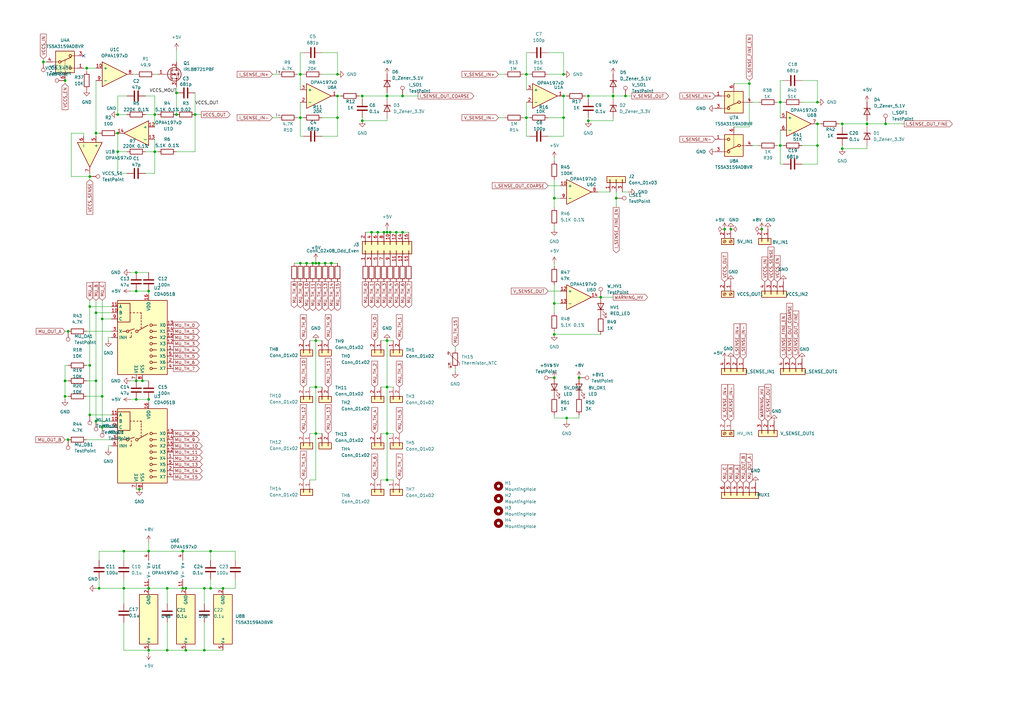
<source format=kicad_sch>
(kicad_sch (version 20250114) (generator "eeschema") (generator_version "9.0")
  (paper "A3")
  (junction (at 35.56 27.94))
  (junction (at 246.38 121.92))
  (junction (at 39.37 128.27))
  (junction (at 148.59 39.37))
  (junction (at 165.1 95.25))
  (junction (at 123.19 30.48))
  (junction (at 50.8 226.06))
  (junction (at 68.58 266.7))
  (junction (at 72.39 46.99))
  (junction (at 48.26 62.23))
  (junction (at 129.54 158.75))
  (junction (at 129.54 177.8))
  (junction (at 227.33 154.94))
  (junction (at 74.93 241.3))
  (junction (at 80.01 46.99))
  (junction (at 345.44 60.96))
  (junction (at 237.49 154.94))
  (junction (at 39.37 54.61))
  (junction (at 299.72 93.98))
  (junction (at 138.43 30.48))
  (junction (at 160.02 95.25))
  (junction (at 215.9 30.48))
  (junction (at 227.33 81.28))
  (junction (at 129.54 139.7))
  (junction (at 148.59 49.53))
  (junction (at 26.67 162.56))
  (junction (at 227.33 137.16))
  (junction (at 138.43 48.26))
  (junction (at 232.41 171.45))
  (junction (at 58.42 156.21))
  (junction (at 256.54 39.37))
  (junction (at 27.94 135.89))
  (junction (at 123.19 48.26))
  (junction (at 91.44 241.3))
  (junction (at 312.42 93.98))
  (junction (at 125.73 107.95))
  (junction (at 60.96 119.38))
  (junction (at 129.54 107.95))
  (junction (at 36.83 72.39))
  (junction (at 355.6 50.8))
  (junction (at 55.88 163.83))
  (junction (at 48.26 54.61))
  (junction (at 68.58 241.3))
  (junction (at 60.96 266.7))
  (junction (at 130.81 107.95))
  (junction (at 345.44 50.8))
  (junction (at 76.2 241.3))
  (junction (at 36.83 149.86))
  (junction (at 158.75 196.85))
  (junction (at 227.33 124.46))
  (junction (at 335.28 50.8))
  (junction (at 86.36 226.06))
  (junction (at 48.26 46.99))
  (junction (at 50.8 241.3))
  (junction (at 27.94 180.34))
  (junction (at 158.75 39.37))
  (junction (at 297.18 93.98))
  (junction (at 157.48 95.25))
  (junction (at 152.4 95.25))
  (junction (at 335.28 59.69))
  (junction (at 39.37 172.72))
  (junction (at 57.15 200.66))
  (junction (at 55.88 119.38))
  (junction (at 83.82 241.3))
  (junction (at 320.04 41.91))
  (junction (at 26.67 33.02))
  (junction (at 41.91 162.56))
  (junction (at 241.3 49.53))
  (junction (at 74.93 226.06))
  (junction (at 39.37 156.21))
  (junction (at 76.2 266.7))
  (junction (at 138.43 39.37))
  (junction (at 36.83 170.18))
  (junction (at 158.75 139.7))
  (junction (at 63.5 46.99))
  (junction (at 335.28 41.91))
  (junction (at 165.1 39.37))
  (junction (at 307.34 34.29))
  (junction (at 231.14 48.26))
  (junction (at 231.14 39.37))
  (junction (at 158.75 158.75))
  (junction (at 40.64 241.3))
  (junction (at 158.75 95.25))
  (junction (at 55.88 111.76))
  (junction (at 63.5 62.23))
  (junction (at 36.83 125.73))
  (junction (at 154.94 95.25))
  (junction (at 60.96 241.3))
  (junction (at 60.96 163.83))
  (junction (at 26.67 156.21))
  (junction (at 215.9 48.26))
  (junction (at 41.91 175.26))
  (junction (at 123.19 107.95))
  (junction (at 17.78 25.4))
  (junction (at 55.88 156.21))
  (junction (at 162.56 95.25))
  (junction (at 252.73 81.28))
  (junction (at 72.39 38.1))
  (junction (at 363.22 50.8))
  (junction (at 128.27 107.95))
  (junction (at 41.91 130.81))
  (junction (at 83.82 266.7))
  (junction (at 241.3 39.37))
  (junction (at 86.36 241.3))
  (junction (at 320.04 59.69))
  (junction (at 133.35 107.95))
  (junction (at 135.89 107.95))
  (junction (at 158.75 177.8))
  (junction (at 251.46 39.37))
  (junction (at 60.96 226.06))
  (junction (at 231.14 30.48))
  (no_connect (at 34.29 22.86))
  (wire (pts (xy 129.54 139.7) (xy 129.54 158.75)))
  (wire (pts (xy 204.47 30.48) (xy 207.01 30.48)))
  (wire (pts (xy 227.33 73.66) (xy 227.33 81.28)))
  (wire (pts (xy 36.83 149.86) (xy 36.83 170.18)))
  (wire (pts (xy 35.56 149.86) (xy 36.83 149.86)))
  (wire (pts (xy 83.82 255.27) (xy 83.82 266.7)))
  (wire (pts (xy 17.78 25.4) (xy 19.05 25.4)))
  (wire (pts (xy 39.37 156.21) (xy 39.37 172.72)))
  (wire (pts (xy 36.83 123.19) (xy 36.83 125.73)))
  (wire (pts (xy 204.47 48.26) (xy 207.01 48.26)))
  (wire (pts (xy 130.81 107.95) (xy 133.35 107.95)))
  (wire (pts (xy 123.19 30.48) (xy 123.19 21.59)))
  (wire (pts (xy 39.37 54.61) (xy 39.37 55.88)))
  (wire (pts (xy 123.19 21.59) (xy 124.46 21.59)))
  (wire (pts (xy 53.34 119.38) (xy 55.88 119.38)))
  (wire (pts (xy 41.91 130.81) (xy 41.91 162.56)))
  (wire (pts (xy 60.96 266.7) (xy 60.96 267.97)))
  (wire (pts (xy 231.14 39.37) (xy 232.41 39.37)))
  (wire (pts (xy 251.46 39.37) (xy 256.54 39.37)))
  (wire (pts (xy 76.2 266.7) (xy 83.82 266.7)))
  (wire (pts (xy 40.64 226.06) (xy 40.64 229.87)))
  (wire (pts (xy 26.67 162.56) (xy 27.94 162.56)))
  (wire (pts (xy 227.33 92.71) (xy 227.33 93.98)))
  (wire (pts (xy 41.91 175.26) (xy 45.72 175.26)))
  (wire (pts (xy 318.77 41.91) (xy 320.04 41.91)))
  (wire (pts (xy 158.75 139.7) (xy 158.75 158.75)))
  (wire (pts (xy 44.45 138.43) (xy 45.72 138.43)))
  (wire (pts (xy 251.46 48.26) (xy 251.46 49.53)))
  (wire (pts (xy 215.9 30.48) (xy 215.9 21.59)))
  (wire (pts (xy 129.54 158.75) (xy 132.08 158.75)))
  (wire (pts (xy 36.83 72.39) (xy 36.83 71.12)))
  (wire (pts (xy 158.75 39.37) (xy 165.1 39.37)))
  (wire (pts (xy 345.44 50.8) (xy 345.44 52.07)))
  (wire (pts (xy 35.56 27.94) (xy 39.37 27.94)))
  (wire (pts (xy 96.52 241.3) (xy 96.52 237.49)))
  (wire (pts (xy 123.19 55.88) (xy 123.19 48.26)))
  (wire (pts (xy 224.79 30.48) (xy 231.14 30.48)))
  (wire (pts (xy 148.59 39.37) (xy 148.59 40.64)))
  (wire (pts (xy 224.79 119.38) (xy 229.87 119.38)))
  (wire (pts (xy 63.5 46.99) (xy 64.77 46.99)))
  (wire (pts (xy 363.22 50.8) (xy 370.84 50.8)))
  (wire (pts (xy 39.37 54.61) (xy 40.64 54.61)))
  (wire (pts (xy 227.33 137.16) (xy 246.38 137.16)))
  (wire (pts (xy 76.2 241.3) (xy 83.82 241.3)))
  (wire (pts (xy 215.9 48.26) (xy 217.17 48.26)))
  (wire (pts (xy 158.75 95.25) (xy 160.02 95.25)))
  (wire (pts (xy 158.75 48.26) (xy 158.75 49.53)))
  (wire (pts (xy 52.07 39.37) (xy 48.26 39.37)))
  (wire (pts (xy 50.8 237.49) (xy 50.8 241.3)))
  (wire (pts (xy 320.04 41.91) (xy 321.31 41.91)))
  (wire (pts (xy 124.46 55.88) (xy 123.19 55.88)))
  (wire (pts (xy 147.32 39.37) (xy 148.59 39.37)))
  (wire (pts (xy 135.89 107.95) (xy 138.43 107.95)))
  (wire (pts (xy 335.28 50.8) (xy 336.55 50.8)))
  (wire (pts (xy 321.31 67.31) (xy 320.04 67.31)))
  (wire (pts (xy 237.49 170.18) (xy 237.49 171.45)))
  (wire (pts (xy 86.36 241.3) (xy 91.44 241.3)))
  (wire (pts (xy 148.59 39.37) (xy 158.75 39.37)))
  (wire (pts (xy 27.94 149.86) (xy 26.67 149.86)))
  (wire (pts (xy 36.83 125.73) (xy 45.72 125.73)))
  (wire (pts (xy 148.59 48.26) (xy 148.59 49.53)))
  (wire (pts (xy 59.69 62.23) (xy 63.5 62.23)))
  (wire (pts (xy 152.4 95.25) (xy 154.94 95.25)))
  (wire (pts (xy 86.36 237.49) (xy 86.36 241.3)))
  (wire (pts (xy 240.03 39.37) (xy 241.3 39.37)))
  (wire (pts (xy 80.01 62.23) (xy 80.01 46.99)))
  (wire (pts (xy 39.37 128.27) (xy 39.37 156.21)))
  (wire (pts (xy 36.83 72.39) (xy 36.83 73.66)))
  (wire (pts (xy 328.93 33.02) (xy 335.28 33.02)))
  (wire (pts (xy 86.36 226.06) (xy 96.52 226.06)))
  (wire (pts (xy 50.8 226.06) (xy 40.64 226.06)))
  (wire (pts (xy 26.67 156.21) (xy 27.94 156.21)))
  (wire (pts (xy 156.21 196.85) (xy 158.75 196.85)))
  (wire (pts (xy 355.6 59.69) (xy 355.6 60.96)))
  (wire (pts (xy 320.04 41.91) (xy 320.04 48.26)))
  (wire (pts (xy 86.36 229.87) (xy 86.36 226.06)))
  (wire (pts (xy 121.92 30.48) (xy 123.19 30.48)))
  (wire (pts (xy 256.54 39.37) (xy 259.08 39.37)))
  (wire (pts (xy 48.26 71.12) (xy 48.26 62.23)))
  (wire (pts (xy 48.26 39.37) (xy 48.26 46.99)))
  (wire (pts (xy 320.04 41.91) (xy 320.04 33.02)))
  (wire (pts (xy 60.96 163.83) (xy 60.96 165.1)))
  (wire (pts (xy 132.08 55.88) (xy 138.43 55.88)))
  (wire (pts (xy 129.54 139.7) (xy 132.08 139.7)))
  (wire (pts (xy 227.33 171.45) (xy 227.33 170.18)))
  (wire (pts (xy 127 196.85) (xy 129.54 196.85)))
  (wire (pts (xy 138.43 39.37) (xy 139.7 39.37)))
  (wire (pts (xy 129.54 177.8) (xy 129.54 196.85)))
  (wire (pts (xy 53.34 156.21) (xy 55.88 156.21)))
  (wire (pts (xy 214.63 48.26) (xy 215.9 48.26)))
  (wire (pts (xy 138.43 48.26) (xy 138.43 39.37)))
  (wire (pts (xy 231.14 55.88) (xy 231.14 48.26)))
  (wire (pts (xy 55.88 156.21) (xy 58.42 156.21)))
  (wire (pts (xy 121.92 48.26) (xy 123.19 48.26)))
  (wire (pts (xy 355.6 49.53) (xy 355.6 50.8)))
  (wire (pts (xy 224.79 76.2) (xy 229.87 76.2)))
  (wire (pts (xy 54.61 30.48) (xy 55.88 30.48)))
  (wire (pts (xy 57.15 200.66) (xy 58.42 200.66)))
  (wire (pts (xy 227.33 124.46) (xy 227.33 128.27)))
  (wire (pts (xy 74.93 241.3) (xy 76.2 241.3)))
  (wire (pts (xy 345.44 50.8) (xy 355.6 50.8)))
  (wire (pts (xy 355.6 60.96) (xy 345.44 60.96)))
  (wire (pts (xy 320.04 67.31) (xy 320.04 59.69)))
  (wire (pts (xy 241.3 48.26) (xy 241.3 49.53)))
  (wire (pts (xy 39.37 172.72) (xy 45.72 172.72)))
  (wire (pts (xy 129.54 158.75) (xy 129.54 177.8)))
  (wire (pts (xy 44.45 184.15) (xy 44.45 182.88)))
  (wire (pts (xy 123.19 30.48) (xy 124.46 30.48)))
  (wire (pts (xy 132.08 30.48) (xy 138.43 30.48)))
  (wire (pts (xy 129.54 177.8) (xy 132.08 177.8)))
  (wire (pts (xy 344.17 50.8) (xy 345.44 50.8)))
  (wire (pts (xy 158.75 158.75) (xy 161.29 158.75)))
  (wire (pts (xy 29.21 54.61) (xy 29.21 72.39)))
  (wire (pts (xy 232.41 171.45) (xy 227.33 171.45)))
  (wire (pts (xy 217.17 55.88) (xy 215.9 55.88)))
  (wire (pts (xy 63.5 46.99) (xy 59.69 46.99)))
  (wire (pts (xy 123.19 30.48) (xy 123.19 36.83)))
  (wire (pts (xy 72.39 35.56) (xy 72.39 38.1)))
  (wire (pts (xy 52.07 71.12) (xy 48.26 71.12)))
  (wire (pts (xy 63.5 30.48) (xy 64.77 30.48)))
  (wire (pts (xy 55.88 200.66) (xy 57.15 200.66)))
  (wire (pts (xy 252.73 78.74) (xy 252.73 81.28)))
  (wire (pts (xy 63.5 71.12) (xy 63.5 62.23)))
  (wire (pts (xy 307.34 33.02) (xy 307.34 34.29)))
  (wire (pts (xy 58.42 156.21) (xy 60.96 156.21)))
  (wire (pts (xy 133.35 107.95) (xy 135.89 107.95)))
  (wire (pts (xy 138.43 21.59) (xy 138.43 30.48)))
  (wire (pts (xy 251.46 38.1) (xy 251.46 39.37)))
  (wire (pts (xy 224.79 55.88) (xy 231.14 55.88)))
  (wire (pts (xy 335.28 33.02) (xy 335.28 41.91)))
  (wire (pts (xy 129.54 106.68) (xy 129.54 107.95)))
  (wire (pts (xy 44.45 182.88) (xy 45.72 182.88)))
  (wire (pts (xy 52.07 62.23) (xy 48.26 62.23)))
  (wire (pts (xy 80.01 38.1) (xy 80.01 46.99)))
  (wire (pts (xy 251.46 49.53) (xy 241.3 49.53)))
  (wire (pts (xy 80.01 46.99) (xy 82.55 46.99)))
  (wire (pts (xy 165.1 95.25) (xy 167.64 95.25)))
  (wire (pts (xy 50.8 241.3) (xy 40.64 241.3)))
  (wire (pts (xy 83.82 241.3) (xy 86.36 241.3)))
  (wire (pts (xy 39.37 128.27) (xy 45.72 128.27)))
  (wire (pts (xy 165.1 39.37) (xy 171.45 39.37)))
  (wire (pts (xy 17.78 24.13) (xy 17.78 25.4)))
  (wire (pts (xy 35.56 135.89) (xy 45.72 135.89)))
  (wire (pts (xy 83.82 266.7) (xy 91.44 266.7)))
  (wire (pts (xy 227.33 81.28) (xy 229.87 81.28)))
  (wire (pts (xy 138.43 55.88) (xy 138.43 48.26)))
  (wire (pts (xy 39.37 241.3) (xy 40.64 241.3)))
  (wire (pts (xy 125.73 107.95) (xy 128.27 107.95)))
  (wire (pts (xy 50.8 226.06) (xy 60.96 226.06)))
  (wire (pts (xy 91.44 241.3) (xy 96.52 241.3)))
  (wire (pts (xy 328.93 59.69) (xy 335.28 59.69)))
  (wire (pts (xy 335.28 67.31) (xy 335.28 59.69)))
  (wire (pts (xy 224.79 48.26) (xy 231.14 48.26)))
  (wire (pts (xy 132.08 48.26) (xy 138.43 48.26)))
  (wire (pts (xy 158.75 177.8) (xy 158.75 196.85)))
  (wire (pts (xy 26.67 156.21) (xy 26.67 162.56)))
  (wire (pts (xy 320.04 33.02) (xy 321.31 33.02)))
  (wire (pts (xy 318.77 59.69) (xy 320.04 59.69)))
  (wire (pts (xy 129.54 107.95) (xy 130.81 107.95)))
  (wire (pts (xy 158.75 49.53) (xy 148.59 49.53)))
  (wire (pts (xy 255.27 78.74) (xy 257.81 78.74)))
  (wire (pts (xy 246.38 121.92) (xy 251.46 121.92)))
  (wire (pts (xy 26.67 162.56) (xy 26.67 163.83)))
  (wire (pts (xy 328.93 67.31) (xy 335.28 67.31)))
  (wire (pts (xy 237.49 171.45) (xy 232.41 171.45)))
  (wire (pts (xy 123.19 48.26) (xy 123.19 41.91)))
  (wire (pts (xy 63.5 39.37) (xy 63.5 46.99)))
  (wire (pts (xy 214.63 30.48) (xy 215.9 30.48)))
  (wire (pts (xy 55.88 111.76) (xy 60.96 111.76)))
  (wire (pts (xy 127 139.7) (xy 129.54 139.7)))
  (wire (pts (xy 227.33 116.84) (xy 227.33 124.46)))
  (wire (pts (xy 231.14 21.59) (xy 231.14 30.48)))
  (wire (pts (xy 158.75 38.1) (xy 158.75 39.37)))
  (wire (pts (xy 328.93 41.91) (xy 335.28 41.91)))
  (wire (pts (xy 63.5 52.07) (xy 63.5 46.99)))
  (wire (pts (xy 60.96 119.38) (xy 60.96 120.65)))
  (wire (pts (xy 251.46 39.37) (xy 251.46 40.64)))
  (wire (pts (xy 245.11 78.74) (xy 250.19 78.74)))
  (wire (pts (xy 227.33 135.89) (xy 227.33 137.16)))
  (wire (pts (xy 44.45 139.7) (xy 44.45 138.43)))
  (wire (pts (xy 162.56 95.25) (xy 165.1 95.25)))
  (wire (pts (xy 50.8 241.3) (xy 60.96 241.3)))
  (wire (pts (xy 158.75 139.7) (xy 161.29 139.7)))
  (wire (pts (xy 34.29 27.94) (xy 35.56 27.94)))
  (wire (pts (xy 59.69 39.37) (xy 63.5 39.37)))
  (wire (pts (xy 227.33 124.46) (xy 229.87 124.46)))
  (wire (pts (xy 55.88 163.83) (xy 60.96 163.83)))
  (wire (pts (xy 345.44 59.69) (xy 345.44 60.96)))
  (wire (pts (xy 68.58 266.7) (xy 76.2 266.7)))
  (wire (pts (xy 60.96 266.7) (xy 68.58 266.7)))
  (wire (pts (xy 36.83 170.18) (xy 45.72 170.18)))
  (wire (pts (xy 53.34 111.76) (xy 55.88 111.76)))
  (wire (pts (xy 68.58 255.27) (xy 68.58 266.7)))
  (wire (pts (xy 232.41 171.45) (xy 232.41 172.72)))
  (wire (pts (xy 308.61 59.69) (xy 311.15 59.69)))
  (wire (pts (xy 308.61 41.91) (xy 311.15 41.91)))
  (wire (pts (xy 96.52 226.06) (xy 96.52 229.87)))
  (wire (pts (xy 36.83 125.73) (xy 36.83 149.86)))
  (wire (pts (xy 154.94 95.25) (xy 157.48 95.25)))
  (wire (pts (xy 123.19 107.95) (xy 125.73 107.95)))
  (wire (pts (xy 35.56 180.34) (xy 45.72 180.34)))
  (wire (pts (xy 74.93 226.06) (xy 86.36 226.06)))
  (wire (pts (xy 83.82 241.3) (xy 83.82 247.65)))
  (wire (pts (xy 29.21 72.39) (xy 36.83 72.39)))
  (wire (pts (xy 300.99 52.07) (xy 307.34 52.07)))
  (wire (pts (xy 156.21 177.8) (xy 158.75 177.8)))
  (wire (pts (xy 320.04 59.69) (xy 321.31 59.69)))
  (wire (pts (xy 158.75 39.37) (xy 158.75 40.64)))
  (wire (pts (xy 63.5 62.23) (xy 64.77 62.23)))
  (wire (pts (xy 132.08 21.59) (xy 138.43 21.59)))
  (wire (pts (xy 60.96 241.3) (xy 68.58 241.3)))
  (wire (pts (xy 127 158.75) (xy 129.54 158.75)))
  (wire (pts (xy 41.91 162.56) (xy 41.91 175.26)))
  (wire (pts (xy 355.6 50.8) (xy 355.6 52.07)))
  (wire (pts (xy 39.37 33.02) (xy 39.37 54.61)))
  (wire (pts (xy 48.26 46.99) (xy 52.07 46.99)))
  (wire (pts (xy 59.69 71.12) (xy 63.5 71.12)))
  (wire (pts (xy 72.39 20.32) (xy 72.39 25.4)))
  (wire (pts (xy 53.34 163.83) (xy 55.88 163.83)))
  (wire (pts (xy 41.91 130.81) (xy 45.72 130.81)))
  (wire (pts (xy 60.96 226.06) (xy 74.93 226.06)))
  (wire (pts (xy 72.39 38.1) (xy 72.39 46.99)))
  (wire (pts (xy 158.75 158.75) (xy 158.75 177.8)))
  (wire (pts (xy 123.19 48.26) (xy 124.46 48.26)))
  (wire (pts (xy 227.33 107.95) (xy 227.33 109.22)))
  (wire (pts (xy 245.11 121.92) (xy 246.38 121.92)))
  (wire (pts (xy 241.3 39.37) (xy 251.46 39.37)))
  (wire (pts (xy 215.9 55.88) (xy 215.9 48.26)))
  (wire (pts (xy 158.75 93.98) (xy 158.75 95.25)))
  (wire (pts (xy 48.26 62.23) (xy 48.26 54.61)))
  (wire (pts (xy 307.34 52.07) (xy 307.34 34.29)))
  (wire (pts (xy 158.75 196.85) (xy 161.29 196.85)))
  (wire (pts (xy 335.28 59.69) (xy 335.28 50.8)))
  (wire (pts (xy 307.34 34.29) (xy 300.99 34.29)))
  (wire (pts (xy 35.56 162.56) (xy 41.91 162.56)))
  (wire (pts (xy 227.33 64.77) (xy 227.33 66.04)))
  (wire (pts (xy 158.75 177.8) (xy 161.29 177.8)))
  (wire (pts (xy 156.21 158.75) (xy 158.75 158.75)))
  (wire (pts (xy 224.79 21.59) (xy 231.14 21.59)))
  (wire (pts (xy 215.9 30.48) (xy 215.9 36.83)))
  (wire (pts (xy 231.14 48.26) (xy 231.14 39.37)))
  (wire (pts (xy 60.96 222.25) (xy 60.96 226.06)))
  (wire (pts (xy 160.02 95.25) (xy 162.56 95.25)))
  (wire (pts (xy 50.8 229.87) (xy 50.8 226.06)))
  (wire (pts (xy 215.9 30.48) (xy 217.17 30.48)))
  (wire (pts (xy 252.73 81.28) (xy 252.73 85.09)))
  (wire (pts (xy 156.21 139.7) (xy 158.75 139.7)))
  (wire (pts (xy 40.64 241.3) (xy 40.64 237.49)))
  (wire (pts (xy 128.27 107.95) (xy 129.54 107.95)))
  (wire (pts (xy 111.76 48.26) (xy 114.3 48.26)))
  (wire (pts (xy 34.29 55.88) (xy 34.29 54.61)))
  (wire (pts (xy 63.5 57.15) (xy 63.5 62.23)))
  (wire (pts (xy 186.69 142.24) (xy 186.69 143.51)))
  (wire (pts (xy 68.58 241.3) (xy 74.93 241.3)))
  (wire (pts (xy 215.9 21.59) (xy 217.17 21.59)))
  (wire (pts (xy 72.39 62.23) (xy 80.01 62.23)))
  (wire (pts (xy 241.3 39.37) (xy 241.3 40.64)))
  (wire (pts (xy 186.69 151.13) (xy 186.69 152.4)))
  (wire (pts (xy 149.86 95.25) (xy 152.4 95.25)))
  (wire (pts (xy 26.67 135.89) (xy 27.94 135.89)))
  (wire (pts (xy 50.8 255.27) (xy 50.8 266.7)))
  (wire (pts (xy 26.67 180.34) (xy 27.94 180.34)))
  (wire (pts (xy 26.67 33.02) (xy 26.67 34.29)))
  (wire (pts (xy 157.48 95.25) (xy 158.75 95.25)))
  (wire (pts (xy 68.58 241.3) (xy 68.58 247.65)))
  (wire (pts (xy 120.65 107.95) (xy 123.19 107.95)))
  (wire (pts (xy 34.29 54.61) (xy 29.21 54.61)))
  (wire (pts (xy 215.9 48.26) (xy 215.9 41.91)))
  (wire (pts (xy 227.33 81.28) (xy 227.33 85.09)))
  (wire (pts (xy 127 177.8) (xy 129.54 177.8)))
  (wire (pts (xy 35.56 27.94) (xy 35.56 29.21)))
  (wire (pts (xy 26.67 149.86) (xy 26.67 156.21)))
  (wire (pts (xy 320.04 59.69) (xy 320.04 53.34)))
  (wire (pts (xy 50.8 247.65) (xy 50.8 241.3)))
  (wire (pts (xy 111.76 30.48) (xy 114.3 30.48)))
  (wire (pts (xy 41.91 123.19) (xy 41.91 130.81)))
  (wire (pts (xy 355.6 50.8) (xy 363.22 50.8)))
  (wire (pts (xy 39.37 123.19) (xy 39.37 128.27)))
  (wire (pts (xy 35.56 156.21) (xy 39.37 156.21)))
  (wire (pts (xy 55.88 119.38) (xy 60.96 119.38)))
  (wire (pts (xy 50.8 266.7) (xy 60.96 266.7)))
  (label "I-" (at 113.03 48.26 0))
  (label "VCCS_MOUT" (at 72.39 38.1 180))
  (label "VCCS_OUT" (at 80.01 43.18 0))
  (label "I+" (at 113.03 30.48 0))
  (global_label "MU_TH_4" (shape output) (at 71.12 143.51 0) (property "Intersheetrefs" "${INTERSHEET_REFS}" (effects (hide yes))))
  (global_label "VCCS_EN" (shape input) (at 318.77 115.57 90) (property "Intersheetrefs" "${INTERSHEET_REFS}" (effects (hide yes))))
  (global_label "MU_C" (shape input) (at 297.18 198.12 90) (property "Intersheetrefs" "${INTERSHEET_REFS}" (effects (hide yes))))
  (global_label "WARNING_HV" (shape output) (at 251.46 121.92 0) (property "Intersheetrefs" "${INTERSHEET_REFS}" (effects (hide yes))))
  (global_label "V_SENSE_OUT" (shape output) (at 259.08 39.37 0) (property "Intersheetrefs" "${INTERSHEET_REFS}" (effects (hide yes))))
  (global_label "MU_TH_7" (shape output) (at 167.64 115.57 270) (property "Intersheetrefs" "${INTERSHEET_REFS}" (effects (hide yes))))
  (global_label "MU_TH_8" (shape input) (at 124.46 139.7 90) (property "Intersheetrefs" "${INTERSHEET_REFS}" (effects (hide yes))))
  (global_label "I_SENSE_IN+" (shape input) (at 293.37 39.37 180) (property "Intersheetrefs" "${INTERSHEET_REFS}" (effects (hide yes))))
  (global_label "MU_TH_0" (shape output) (at 149.86 115.57 270) (property "Intersheetrefs" "${INTERSHEET_REFS}" (effects (hide yes))))
  (global_label "I_SENSE_IN+" (shape input) (at 111.76 30.48 180) (property "Intersheetrefs" "${INTERSHEET_REFS}" (effects (hide yes))))
  (global_label "MU_TH_6" (shape output) (at 165.1 115.57 270) (property "Intersheetrefs" "${INTERSHEET_REFS}" (effects (hide yes))))
  (global_label "MU_OUT_B" (shape input) (at 26.67 180.34 180) (property "Intersheetrefs" "${INTERSHEET_REFS}" (effects (hide yes))))
  (global_label "V_SENSE_IN+" (shape input) (at 297.18 172.72 90) (property "Intersheetrefs" "${INTERSHEET_REFS}" (effects (hide yes))))
  (global_label "VCCS_EN" (shape input) (at 26.67 34.29 270) (property "Intersheetrefs" "${INTERSHEET_REFS}" (effects (hide yes))))
  (global_label "VCCS_OUT" (shape output) (at 82.55 46.99 0) (property "Intersheetrefs" "${INTERSHEET_REFS}" (effects (hide yes))))
  (global_label "MU_TH_12" (shape output) (at 130.81 115.57 270) (property "Intersheetrefs" "${INTERSHEET_REFS}" (effects (hide yes))))
  (global_label "MU_TH_3" (shape input) (at 163.83 158.75 90) (property "Intersheetrefs" "${INTERSHEET_REFS}" (effects (hide yes))))
  (global_label "MU_TH_5" (shape output) (at 162.56 115.57 270) (property "Intersheetrefs" "${INTERSHEET_REFS}" (effects (hide yes))))
  (global_label "MU_TH_12" (shape input) (at 124.46 177.8 90) (property "Intersheetrefs" "${INTERSHEET_REFS}" (effects (hide yes))))
  (global_label "MU_TH_6" (shape output) (at 71.12 148.59 0) (property "Intersheetrefs" "${INTERSHEET_REFS}" (effects (hide yes))))
  (global_label "MU_TH_14" (shape input) (at 124.46 196.85 90) (property "Intersheetrefs" "${INTERSHEET_REFS}" (effects (hide yes))))
  (global_label "MU_TH_11" (shape output) (at 128.27 115.57 270) (property "Intersheetrefs" "${INTERSHEET_REFS}" (effects (hide yes))))
  (global_label "VCCS_IN" (shape input) (at 313.69 115.57 90) (property "Intersheetrefs" "${INTERSHEET_REFS}" (effects (hide yes))))
  (global_label "MU_TH_3" (shape output) (at 157.48 115.57 270) (property "Intersheetrefs" "${INTERSHEET_REFS}" (effects (hide yes))))
  (global_label "I_SENSE_FINE_EN" (shape output) (at 252.73 85.09 270) (property "Intersheetrefs" "${INTERSHEET_REFS}" (effects (hide yes))))
  (global_label "MU_TH_1" (shape input) (at 163.83 139.7 90) (property "Intersheetrefs" "${INTERSHEET_REFS}" (effects (hide yes))))
  (global_label "WARNING_HV" (shape input) (at 312.42 172.72 90) (property "Intersheetrefs" "${INTERSHEET_REFS}" (effects (hide yes))))
  (global_label "I_SENSE_IN-" (shape input) (at 304.8 147.32 90) (property "Intersheetrefs" "${INTERSHEET_REFS}" (effects (hide yes))))
  (global_label "MU_OUT_A" (shape input) (at 307.34 198.12 90) (property "Intersheetrefs" "${INTERSHEET_REFS}" (effects (hide yes))))
  (global_label "MU_TH_3" (shape output) (at 71.12 140.97 0) (property "Intersheetrefs" "${INTERSHEET_REFS}" (effects (hide yes))))
  (global_label "MU_A" (shape input) (at 302.26 198.12 90) (property "Intersheetrefs" "${INTERSHEET_REFS}" (effects (hide yes))))
  (global_label "I_SENSE_IN+" (shape input) (at 302.26 147.32 90) (property "Intersheetrefs" "${INTERSHEET_REFS}" (effects (hide yes))))
  (global_label "MU_TH_9" (shape input) (at 134.62 139.7 90) (property "Intersheetrefs" "${INTERSHEET_REFS}" (effects (hide yes))))
  (global_label "MU_TH_11" (shape input) (at 134.62 158.75 90) (property "Intersheetrefs" "${INTERSHEET_REFS}" (effects (hide yes))))
  (global_label "MU_TH_5" (shape output) (at 71.12 146.05 0) (property "Intersheetrefs" "${INTERSHEET_REFS}" (effects (hide yes))))
  (global_label "MU_TH_14" (shape output) (at 135.89 115.57 270) (property "Intersheetrefs" "${INTERSHEET_REFS}" (effects (hide yes))))
  (global_label "MU_C" (shape input) (at 41.91 123.19 90) (property "Intersheetrefs" "${INTERSHEET_REFS}" (effects (hide yes))))
  (global_label "MU_TH_11" (shape output) (at 71.12 185.42 0) (property "Intersheetrefs" "${INTERSHEET_REFS}" (effects (hide yes))))
  (global_label "I_SENSE_OUT_FINE" (shape output) (at 370.84 50.8 0) (property "Intersheetrefs" "${INTERSHEET_REFS}" (effects (hide yes))))
  (global_label "I_SENSE_IN-" (shape input) (at 111.76 48.26 180) (property "Intersheetrefs" "${INTERSHEET_REFS}" (effects (hide yes))))
  (global_label "MU_TH_13" (shape output) (at 71.12 190.5 0) (property "Intersheetrefs" "${INTERSHEET_REFS}" (effects (hide yes))))
  (global_label "I_SENSE_IN-" (shape input) (at 293.37 57.15 180) (property "Intersheetrefs" "${INTERSHEET_REFS}" (effects (hide yes))))
  (global_label "MU_TH_14" (shape output) (at 71.12 193.04 0) (property "Intersheetrefs" "${INTERSHEET_REFS}" (effects (hide yes))))
  (global_label "MU_TH_8" (shape output) (at 120.65 115.57 270) (property "Intersheetrefs" "${INTERSHEET_REFS}" (effects (hide yes))))
  (global_label "I_SENSE_FINE_EN" (shape input) (at 307.34 33.02 90) (property "Intersheetrefs" "${INTERSHEET_REFS}" (effects (hide yes))))
  (global_label "MU_TH_15" (shape output) (at 138.43 115.57 270) (property "Intersheetrefs" "${INTERSHEET_REFS}" (effects (hide yes))))
  (global_label "MU_TH_13" (shape input) (at 134.62 177.8 90) (property "Intersheetrefs" "${INTERSHEET_REFS}" (effects (hide yes))))
  (global_label "MU_TH_13" (shape output) (at 133.35 115.57 270) (property "Intersheetrefs" "${INTERSHEET_REFS}" (effects (hide yes))))
  (global_label "MU_TH_6" (shape input) (at 153.67 196.85 90) (property "Intersheetrefs" "${INTERSHEET_REFS}" (effects (hide yes))))
  (global_label "MU_TH_1" (shape output) (at 152.4 115.57 270) (property "Intersheetrefs" "${INTERSHEET_REFS}" (effects (hide yes))))
  (global_label "V_SENSE_IN+" (shape input) (at 204.47 30.48 180) (property "Intersheetrefs" "${INTERSHEET_REFS}" (effects (hide yes))))
  (global_label "MU_TH_7" (shape input) (at 163.83 196.85 90) (property "Intersheetrefs" "${INTERSHEET_REFS}" (effects (hide yes))))
  (global_label "MU_TH_0" (shape input) (at 153.67 139.7 90) (property "Intersheetrefs" "${INTERSHEET_REFS}" (effects (hide yes))))
  (global_label "VCCS_SENSE" (shape input) (at 36.83 73.66 270) (property "Intersheetrefs" "${INTERSHEET_REFS}" (effects (hide yes))))
  (global_label "MU_TH_2" (shape input) (at 153.67 158.75 90) (property "Intersheetrefs" "${INTERSHEET_REFS}" (effects (hide yes))))
  (global_label "MU_TH_4" (shape input) (at 153.67 177.8 90) (property "Intersheetrefs" "${INTERSHEET_REFS}" (effects (hide yes))))
  (global_label "MU_OUT_A" (shape input) (at 26.67 135.89 180) (property "Intersheetrefs" "${INTERSHEET_REFS}" (effects (hide yes))))
  (global_label "V_SENSE_OUT" (shape input) (at 224.79 119.38 180) (property "Intersheetrefs" "${INTERSHEET_REFS}" (effects (hide yes))))
  (global_label "VCCS_OUT" (shape input) (at 297.18 115.57 90) (property "Intersheetrefs" "${INTERSHEET_REFS}" (effects (hide yes))))
  (global_label "V_SENSE_OUT" (shape input) (at 314.96 172.72 90) (property "Intersheetrefs" "${INTERSHEET_REFS}" (effects (hide yes))))
  (global_label "MU_TH_12" (shape output) (at 71.12 187.96 0) (property "Intersheetrefs" "${INTERSHEET_REFS}" (effects (hide yes))))
  (global_label "MU_TH_4" (shape output) (at 160.02 115.57 270) (property "Intersheetrefs" "${INTERSHEET_REFS}" (effects (hide yes))))
  (global_label "I_SENSE_OUT_COARSE" (shape input) (at 323.85 147.32 90) (property "Intersheetrefs" "${INTERSHEET_REFS}" (effects (hide yes))))
  (global_label "MU_B" (shape input) (at 39.37 123.19 90) (property "Intersheetrefs" "${INTERSHEET_REFS}" (effects (hide yes))))
  (global_label "MU_TH_8" (shape output) (at 71.12 177.8 0) (property "Intersheetrefs" "${INTERSHEET_REFS}" (effects (hide yes))))
  (global_label "MU_TH_10" (shape output) (at 71.12 182.88 0) (property "Intersheetrefs" "${INTERSHEET_REFS}" (effects (hide yes))))
  (global_label "MU_TH_5" (shape input) (at 163.83 177.8 90) (property "Intersheetrefs" "${INTERSHEET_REFS}" (effects (hide yes))))
  (global_label "MU_B" (shape input) (at 299.72 198.12 90) (property "Intersheetrefs" "${INTERSHEET_REFS}" (effects (hide yes))))
  (global_label "MU_TH_15" (shape input) (at 186.69 142.24 90) (property "Intersheetrefs" "${INTERSHEET_REFS}" (effects (hide yes))))
  (global_label "I_SENSE_OUT_COARSE" (shape output) (at 171.45 39.37 0) (property "Intersheetrefs" "${INTERSHEET_REFS}" (effects (hide yes))))
  (global_label "MU_TH_7" (shape output) (at 71.12 151.13 0) (property "Intersheetrefs" "${INTERSHEET_REFS}" (effects (hide yes))))
  (global_label "I_SENSE_OUT_FINE" (shape input) (at 326.39 147.32 90) (property "Intersheetrefs" "${INTERSHEET_REFS}" (effects (hide yes))))
  (global_label "MU_OUT_B" (shape input) (at 304.8 198.12 90) (property "Intersheetrefs" "${INTERSHEET_REFS}" (effects (hide yes))))
  (global_label "MU_TH_2" (shape output) (at 154.94 115.57 270) (property "Intersheetrefs" "${INTERSHEET_REFS}" (effects (hide yes))))
  (global_label "MU_TH_0" (shape output) (at 71.12 133.35 0) (property "Intersheetrefs" "${INTERSHEET_REFS}" (effects (hide yes))))
  (global_label "MU_TH_10" (shape output) (at 125.73 115.57 270) (property "Intersheetrefs" "${INTERSHEET_REFS}" (effects (hide yes))))
  (global_label "VCCS_SENSE" (shape input) (at 316.23 115.57 90) (property "Intersheetrefs" "${INTERSHEET_REFS}" (effects (hide yes))))
  (global_label "MU_TH_2" (shape output) (at 71.12 138.43 0) (property "Intersheetrefs" "${INTERSHEET_REFS}" (effects (hide yes))))
  (global_label "MU_TH_9" (shape output) (at 71.12 180.34 0) (property "Intersheetrefs" "${INTERSHEET_REFS}" (effects (hide yes))))
  (global_label "V_SENSE_IN-" (shape input) (at 299.72 172.72 90) (property "Intersheetrefs" "${INTERSHEET_REFS}" (effects (hide yes))))
  (global_label "I_SENSE_FINE_EN" (shape input) (at 321.31 147.32 90) (property "Intersheetrefs" "${INTERSHEET_REFS}" (effects (hide yes))))
  (global_label "MU_TH_9" (shape output) (at 123.19 115.57 270) (property "Intersheetrefs" "${INTERSHEET_REFS}" (effects (hide yes))))
  (global_label "VCCS_IN" (shape input) (at 17.78 24.13 90) (property "Intersheetrefs" "${INTERSHEET_REFS}" (effects (hide yes))))
  (global_label "I_SENSE_OUT_COARSE" (shape input) (at 224.79 76.2 180) (property "Intersheetrefs" "${INTERSHEET_REFS}" (effects (hide yes))))
  (global_label "MU_TH_15" (shape output) (at 71.12 195.58 0) (property "Intersheetrefs" "${INTERSHEET_REFS}" (effects (hide yes))))
  (global_label "MU_A" (shape input) (at 36.83 123.19 90) (property "Intersheetrefs" "${INTERSHEET_REFS}" (effects (hide yes))))
  (global_label "MU_TH_1" (shape output) (at 71.12 135.89 0) (property "Intersheetrefs" "${INTERSHEET_REFS}" (effects (hide yes))))
  (global_label "V_SENSE_IN-" (shape input) (at 204.47 48.26 180) (property "Intersheetrefs" "${INTERSHEET_REFS}" (effects (hide yes))))
  (global_label "MU_TH_10" (shape input) (at 124.46 158.75 90) (property "Intersheetrefs" "${INTERSHEET_REFS}" (effects (hide yes))))
  (symbol (lib_id "Device:R") (at 68.58 62.23 90) (unit 1)
    (property "Reference" "R6" (at 68.58 57.15 90))
    (property "Value" "5.1K 0.1%" (at 68.58 59.69 90))
    (property "Footprint" "Resistor_SMD:R_0603_1608Metric_Pad0.98x0.95mm_HandSolder" (effects (hide yes)))
    (property "Description" "Resistor" (effects (hide yes)))
  )
  (symbol (lib_id "Connector_Generic:Conn_01x02") (at 156.21 163.83 270) (unit 1)
    (property "Reference" "TH2" (at 139.954 165.1 90) (effects (justify left)))
    (property "Value" "Conn_01x02" (at 139.954 167.64 90) (effects (justify left)))
    (property "Footprint" "Connector_JST:JST_XH_B2B-XH-A_1x02_P2.50mm_Vertical" (effects (hide yes)))
    (property "Description" "Generic connector, single row, 01x02, script generated (kicad-library-utils/schlib/autogen/connector/)" (effects (hide yes)))
  )
  (symbol (lib_id "Device:C") (at 55.88 115.57 0) (unit 1)
    (property "Reference" "C13" (at 49.276 114.3 0) (effects (justify left)))
    (property "Value" "47u" (at 49.276 116.84 0) (effects (justify left)))
    (property "Footprint" "Capacitor_THT:C_Radial_D6.3mm_H11.0mm_P2.50mm" (effects (hide yes)))
    (property "Description" "Unpolarized capacitor" (effects (hide yes)))
  )
  (symbol (lib_id "Mechanical:MountingHole") (at 204.47 209.55 0) (unit 1) (exclude_from_sim yes) (in_bom no)
    (property "Reference" "H3" (at 207.01 208.2799 0) (effects (justify left)))
    (property "Value" "MountingHole" (at 207.01 210.8199 0) (effects (justify left)))
    (property "Footprint" "MountingHole:MountingHole_3.2mm_M3" (effects (hide yes)))
    (property "Description" "Mounting Hole without connection" (effects (hide yes)))
  )
  (symbol (lib_id "Connector_Generic:Conn_01x02") (at 132.08 163.83 90) (mirror x) (unit 1)
    (property "Reference" "TH11" (at 137.414 159.004 90) (effects (justify right)))
    (property "Value" "Conn_01x02" (at 137.414 161.544 90) (effects (justify right)))
    (property "Footprint" "Connector_JST:JST_XH_B2B-XH-A_1x02_P2.50mm_Vertical" (effects (hide yes)))
    (property "Description" "Generic connector, single row, 01x02, script generated (kicad-library-utils/schlib/autogen/connector/)" (effects (hide yes)))
  )
  (symbol (lib_id "Device:R") (at 227.33 132.08 0) (unit 1)
    (property "Reference" "R48" (at 229.87 130.8099 0) (effects (justify left)))
    (property "Value" "5.1K 0.1%" (at 229.87 133.3499 0) (effects (justify left)))
    (property "Footprint" "Resistor_SMD:R_0603_1608Metric_Pad0.98x0.95mm_HandSolder" (effects (hide yes)))
    (property "Description" "Resistor" (effects (hide yes)))
  )
  (symbol (lib_id "Device:R") (at 143.51 39.37 90) (unit 1)
    (property "Reference" "R12" (at 143.764 41.656 90))
    (property "Value" "1K" (at 143.764 44.196 90))
    (property "Footprint" "Resistor_SMD:R_0603_1608Metric_Pad0.98x0.95mm_HandSolder" (effects (hide yes)))
    (property "Description" "Resistor" (effects (hide yes)))
  )
  (symbol (lib_id "Connector_Generic:Conn_01x02") (at 127 201.93 270) (unit 1)
    (property "Reference" "TH14" (at 110.49 200.406 90) (effects (justify left)))
    (property "Value" "Conn_01x02" (at 110.49 202.946 90) (effects (justify left)))
    (property "Footprint" "Connector_JST:JST_XH_B2B-XH-A_1x02_P2.50mm_Vertical" (effects (hide yes)))
    (property "Description" "Generic connector, single row, 01x02, script generated (kicad-library-utils/schlib/autogen/connector/)" (effects (hide yes)))
  )
  (symbol (lib_id "power:GND") (at 328.93 147.32 180) (unit 1)
    (property "Reference" "#PWR044" (effects (hide yes)))
    (property "Value" "GND" (at 329.946 143.256 0))
    (property "Description" "Power symbol creates a global label with name \"GND\" , ground" (effects (hide yes)))
  )
  (symbol (lib_id "Device:D_Zener") (at 355.6 45.72 270) (unit 1)
    (property "Reference" "D4" (at 358.394 40.894 90) (effects (justify left)))
    (property "Value" "D_Zener_5.1V" (at 358.394 43.434 90) (effects (justify left)))
    (property "Footprint" "Diode_SMD:D_SOD-123" (effects (hide yes)))
    (property "Description" "Zener diode" (effects (hide yes)))
  )
  (symbol (lib_id "Device:D_Zener") (at 158.75 34.29 270) (unit 1)
    (property "Reference" "D6" (at 160.782 29.464 90) (effects (justify left)))
    (property "Value" "D_Zener_5.1V" (at 160.782 32.004 90) (effects (justify left)))
    (property "Footprint" "Diode_SMD:D_SOD-123" (effects (hide yes)))
    (property "Description" "Zener diode" (effects (hide yes)))
  )
  (symbol (lib_id "power:GND") (at 138.43 30.48 90) (unit 1)
    (property "Reference" "#PWR03" (effects (hide yes)))
    (property "Value" "GND" (at 142.24 30.4799 90) (effects (justify right)))
    (property "Description" "Power symbol creates a global label with name \"GND\" , ground" (effects (hide yes)))
  )
  (symbol (lib_id "power:GND") (at 227.33 137.16 0) (unit 1)
    (property "Reference" "#PWR035" (effects (hide yes)))
    (property "Value" "GND" (at 227.33 142.24 0))
    (property "Description" "Power symbol creates a global label with name \"GND\" , ground" (effects (hide yes)))
  )
  (symbol (lib_id "power:GND") (at 314.96 93.98 180) (unit 1)
    (property "Reference" "#PWR039" (effects (hide yes)))
    (property "Value" "GND" (at 315.976 90.17 0))
    (property "Description" "Power symbol creates a global label with name \"GND\" , ground" (effects (hide yes)))
  )
  (symbol (lib_id "power:+5V") (at 355.6 41.91 0) (unit 1)
    (property "Reference" "#PWR028" (effects (hide yes)))
    (property "Value" "+5V" (at 355.6 36.83 0))
    (property "Description" "Power symbol creates a global label with name \"+5V\"" (effects (hide yes)))
  )
  (symbol (lib_id "Amplifier_Operational:OPA4197xD") (at 46.99 30.48 0) (unit 3)
    (property "Reference" "U1" (at 46.99 20.32 0))
    (property "Value" "OPA4197xD" (at 46.99 22.86 0))
    (property "Footprint" "Package_SO:SOIC-14_3.9x8.7mm_P1.27mm" (effects (hide yes)))
    (property "Datasheet" "http://www.ti.com/lit/ds/symlink/opa4197.pdf" (effects (hide yes)))
    (property "Description" "Quad 36V, Precision, Rail-to-Rail Input/Output, Low Offset Voltage, Operational Amplifier, SOIC-14" (effects (hide yes)))
  )
  (symbol (lib_id "Device:R") (at 125.73 111.76 0) (unit 1)
    (property "Reference" "R31" (effects (hide yes)))
    (property "Value" "10K 0.5%" (effects (hide yes)))
    (property "Footprint" "Resistor_SMD:R_0805_2012Metric_Pad1.20x1.40mm_HandSolder" (effects (hide yes)))
    (property "Description" "Resistor" (effects (hide yes)))
  )
  (symbol (lib_id "Device:D_Zener") (at 251.46 34.29 270) (unit 1)
    (property "Reference" "D5" (at 254.254 29.718 90) (effects (justify left)))
    (property "Value" "D_Zener_5.1V" (at 254.254 32.258 90) (effects (justify left)))
    (property "Footprint" "Diode_SMD:D_SOD-123" (effects (hide yes)))
    (property "Description" "Zener diode" (effects (hide yes)))
  )
  (symbol (lib_id "Device:R") (at 44.45 54.61 90) (unit 1)
    (property "Reference" "R2" (at 44.45 48.26 90))
    (property "Value" "100" (at 44.45 50.8 90))
    (property "Footprint" "Resistor_SMD:R_0603_1608Metric_Pad0.98x0.95mm_HandSolder" (effects (hide yes)))
    (property "Description" "Resistor" (effects (hide yes)))
  )
  (symbol (lib_id "Connector_Generic:Conn_01x02") (at 314.96 99.06 270) (unit 1)
    (property "Reference" "8V_IN1" (at 316.738 99.314 90) (effects (justify left)))
    (property "Value" "Conn_01x02" (effects (hide yes)))
    (property "Footprint" "Connector_JST:JST_XH_B2B-XH-A_1x02_P2.50mm_Vertical" (effects (hide yes)))
    (property "Description" "Generic connector, single row, 01x02, script generated (kicad-library-utils/schlib/autogen/connector/)" (effects (hide yes)))
  )
  (symbol (lib_id "Device:R") (at 138.43 111.76 0) (unit 1)
    (property "Reference" "R36" (effects (hide yes)))
    (property "Value" "10K 0.5%" (effects (hide yes)))
    (property "Footprint" "Resistor_SMD:R_0805_2012Metric_Pad1.20x1.40mm_HandSolder" (effects (hide yes)))
    (property "Description" "Resistor" (effects (hide yes)))
  )
  (symbol (lib_id "power:+5V") (at 227.33 107.95 0) (unit 1)
    (property "Reference" "#PWR034" (effects (hide yes)))
    (property "Value" "+5V" (at 227.33 102.87 0))
    (property "Description" "Power symbol creates a global label with name \"+5V\"" (effects (hide yes)))
  )
  (symbol (lib_id "Device:R") (at 210.82 48.26 90) (mirror x) (unit 1)
    (property "Reference" "R14" (at 210.82 53.34 90))
    (property "Value" "1M" (at 210.82 50.8 90))
    (property "Footprint" "Resistor_THT:R_Axial_DIN0207_L6.3mm_D2.5mm_P7.62mm_Horizontal" (effects (hide yes)))
    (property "Description" "Resistor" (effects (hide yes)))
  )
  (symbol (lib_id "Amplifier_Operational:OPA4197xD") (at 130.81 39.37 0) (unit 1)
    (property "Reference" "U6" (at 136.144 35.814 0))
    (property "Value" "OPA4197xD" (at 132.842 33.782 0))
    (property "Footprint" "Package_SO:SOIC-14_3.9x8.7mm_P1.27mm" (effects (hide yes)))
    (property "Datasheet" "http://www.ti.com/lit/ds/symlink/opa4197.pdf" (effects (hide yes)))
    (property "Description" "Quad 36V, Precision, Rail-to-Rail Input/Output, Low Offset Voltage, Operational Amplifier, SOIC-14" (effects (hide yes)))
  )
  (symbol (lib_id "Device:C") (at 128.27 55.88 90) (unit 1)
    (property "Reference" "C4" (at 128.524 50.292 90))
    (property "Value" "681p" (at 128.524 52.832 90))
    (property "Footprint" "Capacitor_SMD:C_0201_0603Metric_Pad0.64x0.40mm_HandSolder" (effects (hide yes)))
    (property "Description" "Unpolarized capacitor" (effects (hide yes)))
  )
  (symbol (lib_id "Device:R") (at 237.49 166.37 0) (unit 1)
    (property "Reference" "R50" (at 240.03 165.0999 0) (effects (justify left)))
    (property "Value" "3K" (at 240.03 167.6399 0) (effects (justify left)))
    (property "Footprint" "Resistor_SMD:R_0603_1608Metric_Pad0.98x0.95mm_HandSolder" (effects (hide yes)))
    (property "Description" "Resistor" (effects (hide yes)))
  )
  (symbol (lib_id "Connector_Generic:Conn_01x02") (at 132.08 144.78 90) (mirror x) (unit 1)
    (property "Reference" "TH9" (at 137.414 139.954 90) (effects (justify right)))
    (property "Value" "Conn_01x02" (at 137.414 142.494 90) (effects (justify right)))
    (property "Footprint" "Connector_JST:JST_XH_B2B-XH-A_1x02_P2.50mm_Vertical" (effects (hide yes)))
    (property "Description" "Generic connector, single row, 01x02, script generated (kicad-library-utils/schlib/autogen/connector/)" (effects (hide yes)))
  )
  (symbol (lib_id "Device:R") (at 227.33 88.9 0) (unit 1)
    (property "Reference" "R46" (at 229.87 87.6299 0) (effects (justify left)))
    (property "Value" "5.1K 0.1%" (at 229.87 90.1699 0) (effects (justify left)))
    (property "Footprint" "Resistor_SMD:R_0603_1608Metric_Pad0.98x0.95mm_HandSolder" (effects (hide yes)))
    (property "Description" "Resistor" (effects (hide yes)))
  )
  (symbol (lib_id "Connector_Generic:Conn_01x04") (at 318.77 120.65 270) (unit 1)
    (property "Reference" "VCCS_IN2" (at 326.898 120.65 90))
    (property "Value" "Conn_01x04" (effects (hide yes)))
    (property "Footprint" "Connector_JST:JST_XH_B4B-XH-A_1x04_P2.50mm_Vertical" (effects (hide yes)))
    (property "Description" "Generic connector, single row, 01x04, script generated (kicad-library-utils/schlib/autogen/connector/)" (effects (hide yes)))
  )
  (symbol (lib_id "Connector:TestPoint") (at 227.33 154.94 90) (unit 1)
    (property "Reference" "+5V1" (at 224.028 149.86 90))
    (property "Value" "TestPoint" (at 224.028 152.4 90))
    (property "Footprint" "TestPoint:TestPoint_Pad_1.5x1.5mm" (effects (hide yes)))
    (property "Description" "test point" (effects (hide yes)))
  )
  (symbol (lib_id "Device:R") (at 55.88 62.23 90) (unit 1)
    (property "Reference" "R7" (at 54.356 57.912 90))
    (property "Value" "220K 0.1%" (at 55.626 59.944 90))
    (property "Footprint" "Resistor_SMD:R_0805_2012Metric_Pad1.20x1.40mm_HandSolder" (effects (hide yes)))
    (property "Description" "Resistor" (effects (hide yes)))
  )
  (symbol (lib_id "Device:R") (at 210.82 30.48 90) (unit 1)
    (property "Reference" "R13" (at 210.566 25.654 90))
    (property "Value" "1M" (at 210.566 28.194 90))
    (property "Footprint" "Resistor_THT:R_Axial_DIN0207_L6.3mm_D2.5mm_P7.62mm_Horizontal" (effects (hide yes)))
    (property "Description" "Resistor" (effects (hide yes)))
  )
  (symbol (lib_id "Device:R") (at 340.36 50.8 90) (unit 1)
    (property "Reference" "R42" (at 340.614 53.086 90))
    (property "Value" "1K" (at 340.614 55.626 90))
    (property "Footprint" "Resistor_SMD:R_0603_1608Metric_Pad0.98x0.95mm_HandSolder" (effects (hide yes)))
    (property "Description" "Resistor" (effects (hide yes)))
  )
  (symbol (lib_id "power:GND") (at 57.15 200.66 0) (unit 1)
    (property "Reference" "#PWR09" (effects (hide yes)))
    (property "Value" "GND" (at 57.15 205.74 0))
    (property "Description" "Power symbol creates a global label with name \"GND\" , ground" (effects (hide yes)))
  )
  (symbol (lib_id "power:GND") (at 158.75 139.7 180) (unit 1)
    (property "Reference" "#PWR018" (effects (hide yes)))
    (property "Value" "GND" (at 158.75 134.62 0))
    (property "Description" "Power symbol creates a global label with name \"GND\" , ground" (effects (hide yes)))
  )
  (symbol (lib_id "Device:R") (at 165.1 111.76 0) (unit 1)
    (property "Reference" "R27" (effects (hide yes)))
    (property "Value" "10K 0.5%" (effects (hide yes)))
    (property "Footprint" "Resistor_SMD:R_0805_2012Metric_Pad1.20x1.40mm_HandSolder" (effects (hide yes)))
    (property "Description" "Resistor" (effects (hide yes)))
  )
  (symbol (lib_id "Connector_Generic:Conn_01x02") (at 161.29 163.83 90) (mirror x) (unit 1)
    (property "Reference" "TH3" (at 166.37 162.5599 90) (effects (justify right)))
    (property "Value" "Conn_01x02" (at 166.37 165.0999 90) (effects (justify right)))
    (property "Footprint" "Connector_JST:JST_XH_B2B-XH-A_1x02_P2.50mm_Vertical" (effects (hide yes)))
    (property "Description" "Generic connector, single row, 01x02, script generated (kicad-library-utils/schlib/autogen/connector/)" (effects (hide yes)))
  )
  (symbol (lib_id "Device:R") (at 31.75 156.21 90) (unit 1)
    (property "Reference" "R19" (at 31.75 151.892 90))
    (property "Value" "10K" (at 31.75 154.432 90))
    (property "Footprint" "Resistor_SMD:R_0603_1608Metric_Pad0.98x0.95mm_HandSolder" (effects (hide yes)))
    (property "Description" "Resistor" (effects (hide yes)))
  )
  (symbol (lib_id "power:+8V") (at 312.42 93.98 0) (unit 1)
    (property "Reference" "#PWR038" (effects (hide yes)))
    (property "Value" "+8V" (at 310.388 90.17 0))
    (property "Description" "Power symbol creates a global label with name \"+8V\"" (effects (hide yes)))
  )
  (symbol (lib_id "Device:R") (at 55.88 46.99 90) (unit 1)
    (property "Reference" "R5" (at 55.88 42.418 90))
    (property "Value" "220K 0.1%" (at 55.88 44.958 90))
    (property "Footprint" "Resistor_SMD:R_0805_2012Metric_Pad1.20x1.40mm_HandSolder" (effects (hide yes)))
    (property "Description" "Resistor" (effects (hide yes)))
  )
  (symbol (lib_id "Device:R") (at 31.75 135.89 90) (unit 1)
    (property "Reference" "R43" (at 31.75 129.54 90))
    (property "Value" "4.7K" (at 31.75 132.08 90))
    (property "Footprint" "Resistor_SMD:R_0603_1608Metric_Pad0.98x0.95mm_HandSolder" (effects (hide yes)))
    (property "Description" "Resistor" (effects (hide yes)))
  )
  (symbol (lib_id "Connector:TestPoint") (at 252.73 81.28 270) (unit 1)
    (property "Reference" "I_SE1" (at 257.81 80.0099 90) (effects (justify left)))
    (property "Value" "TestPoint" (at 257.81 82.5499 90) (effects (justify left)))
    (property "Footprint" "TestPoint:TestPoint_Pad_1.5x1.5mm" (effects (hide yes)))
    (property "Description" "test point" (effects (hide yes)))
  )
  (symbol (lib_id "Connector_Generic:Conn_01x02") (at 156.21 182.88 270) (unit 1)
    (property "Reference" "TH4" (at 139.954 184.15 90) (effects (justify left)))
    (property "Value" "Conn_01x02" (at 139.954 186.69 90) (effects (justify left)))
    (property "Footprint" "Connector_JST:JST_XH_B2B-XH-A_1x02_P2.50mm_Vertical" (effects (hide yes)))
    (property "Description" "Generic connector, single row, 01x02, script generated (kicad-library-utils/schlib/autogen/connector/)" (effects (hide yes)))
  )
  (symbol (lib_id "Amplifier_Operational:OPA4197xD") (at 63.5 233.68 0) (unit 5)
    (property "Reference" "U1" (at 62.23 232.4099 0) (effects (justify left)))
    (property "Value" "OPA4197xD" (at 62.23 234.9499 0) (effects (justify left)))
    (property "Footprint" "Package_SO:SOIC-14_3.9x8.7mm_P1.27mm" (effects (hide yes)))
    (property "Datasheet" "http://www.ti.com/lit/ds/symlink/opa4197.pdf" (effects (hide yes)))
    (property "Description" "Quad 36V, Precision, Rail-to-Rail Input/Output, Low Offset Voltage, Operational Amplifier, SOIC-14" (effects (hide yes)))
  )
  (symbol (lib_id "Device:R") (at 120.65 111.76 0) (unit 1)
    (property "Reference" "R29" (effects (hide yes)))
    (property "Value" "10K 0.5%" (effects (hide yes)))
    (property "Footprint" "Resistor_SMD:R_0805_2012Metric_Pad1.20x1.40mm_HandSolder" (effects (hide yes)))
    (property "Description" "Resistor" (effects (hide yes)))
  )
  (symbol (lib_id "power:GND") (at 321.31 115.57 180) (unit 1)
    (property "Reference" "#PWR041" (effects (hide yes)))
    (property "Value" "GND" (at 321.31 110.49 0))
    (property "Description" "Power symbol creates a global label with name \"GND\" , ground" (effects (hide yes)))
  )
  (symbol (lib_id "Device:R") (at 130.81 111.76 0) (unit 1)
    (property "Reference" "R33" (effects (hide yes)))
    (property "Value" "10K 0.5%" (effects (hide yes)))
    (property "Footprint" "Resistor_SMD:R_0805_2012Metric_Pad1.20x1.40mm_HandSolder" (effects (hide yes)))
    (property "Description" "Resistor" (effects (hide yes)))
  )
  (symbol (lib_id "Device:R") (at 135.89 111.76 0) (unit 1)
    (property "Reference" "R35" (effects (hide yes)))
    (property "Value" "10K 0.5%" (effects (hide yes)))
    (property "Footprint" "Resistor_SMD:R_0805_2012Metric_Pad1.20x1.40mm_HandSolder" (effects (hide yes)))
    (property "Description" "Resistor" (effects (hide yes)))
  )
  (symbol (lib_id "Device:R") (at 246.38 133.35 0) (unit 1)
    (property "Reference" "R49" (at 248.92 132.0799 0) (effects (justify left)))
    (property "Value" "1K" (at 248.92 134.6199 0) (effects (justify left)))
    (property "Footprint" "Resistor_SMD:R_0603_1608Metric_Pad0.98x0.95mm_HandSolder" (effects (hide yes)))
    (property "Description" "Resistor" (effects (hide yes)))
  )
  (symbol (lib_id "Connector:TestPoint") (at 256.54 39.37 0) (unit 1)
    (property "Reference" "V_SO1" (at 259.08 34.7979 0) (effects (justify left)))
    (property "Value" "TestPoint" (at 259.08 37.3379 0) (effects (justify left)))
    (property "Footprint" "TestPoint:TestPoint_Pad_1.5x1.5mm" (effects (hide yes)))
    (property "Description" "test point" (effects (hide yes)))
  )
  (symbol (lib_id "Analog_Switch:TS5A3159ADBVR") (at 300.99 41.91 180) (unit 1)
    (property "Reference" "U7" (at 300.99 48.26 0))
    (property "Value" "TS5A3159ADBVR" (at 300.99 50.8 0))
    (property "Footprint" "Package_TO_SOT_SMD:SOT-23-6" (effects (hide yes)))
    (property "Datasheet" "http://www.ti.com/lit/ds/symlink/ts5a3159a.pdf" (effects (hide yes)))
    (property "Description" "Single SPDT Analog Switch, 1.65-V to 5.5-V Single-Supply Operation, 1Ohm Ron, SOT-23-6" (effects (hide yes)))
  )
  (symbol (lib_id "Device:C") (at 55.88 39.37 90) (unit 1)
    (property "Reference" "C2" (at 55.88 33.274 90))
    (property "Value" "47p" (at 55.88 35.814 90))
    (property "Footprint" "Capacitor_SMD:C_0201_0603Metric_Pad0.64x0.40mm_HandSolder" (effects (hide yes)))
    (property "Description" "Unpolarized capacitor" (effects (hide yes)))
  )
  (symbol (lib_id "Connector:TestPoint") (at 27.94 180.34 180) (unit 1)
    (property "Reference" "MU_OB1" (at 30.48 182.3719 0) (effects (justify right)))
    (property "Value" "TestPoint" (at 30.48 184.9119 0) (effects (justify right)))
    (property "Footprint" "TestPoint:TestPoint_Pad_1.5x1.5mm" (effects (hide yes)))
    (property "Description" "test point" (effects (hide yes)))
  )
  (symbol (lib_id "Device:R") (at 220.98 30.48 90) (unit 1)
    (property "Reference" "R15" (at 220.726 25.654 90))
    (property "Value" "10K" (at 220.726 28.194 90))
    (property "Footprint" "Resistor_SMD:R_0603_1608Metric_Pad0.98x0.95mm_HandSolder" (effects (hide yes)))
    (property "Description" "Resistor" (effects (hide yes)))
  )
  (symbol (lib_id "Analog_Switch:TS5A3159ADBVR") (at 76.2 254 180) (unit 2)
    (property "Reference" "U7" (at 81.28 252.7299 0) (effects (justify right)))
    (property "Value" "TS5A3159ADBVR" (effects (hide yes)))
    (property "Footprint" "Package_TO_SOT_SMD:SOT-23-6" (effects (hide yes)))
    (property "Datasheet" "http://www.ti.com/lit/ds/symlink/ts5a3159a.pdf" (effects (hide yes)))
    (property "Description" "Single SPDT Analog Switch, 1.65-V to 5.5-V Single-Supply Operation, 1Ohm Ron, SOT-23-6" (effects (hide yes)))
  )
  (symbol (lib_id "Device:LED") (at 237.49 158.75 90) (unit 1)
    (property "Reference" "8V_OK1" (at 241.3 159.0674 90) (effects (justify right)))
    (property "Value" "LED" (at 241.3 161.6074 90) (effects (justify right)))
    (property "Footprint" "Diode_SMD:D_0603_1608Metric_Pad1.05x0.95mm_HandSolder" (effects (hide yes)))
    (property "Description" "Light emitting diode" (effects (hide yes)))
    (property "Sim.Pins" "1=K 2=A" (effects (hide yes)))
  )
  (symbol (lib_id "Device:R") (at 167.64 111.76 0) (unit 1)
    (property "Reference" "R28" (effects (hide yes)))
    (property "Value" "10K 0.5%" (effects (hide yes)))
    (property "Footprint" "Resistor_SMD:R_0805_2012Metric_Pad1.20x1.40mm_HandSolder" (effects (hide yes)))
    (property "Description" "Resistor" (effects (hide yes)))
  )
  (symbol (lib_id "Device:R") (at 128.27 48.26 90) (mirror x) (unit 1)
    (property "Reference" "R11" (at 130.302 43.942 90))
    (property "Value" "20K" (at 130.302 45.72 90))
    (property "Footprint" "Resistor_SMD:R_0402_1005Metric_Pad0.72x0.64mm_HandSolder" (effects (hide yes)))
    (property "Description" "Resistor" (effects (hide yes)))
  )
  (symbol (lib_id "Connector:TestPoint") (at 17.78 25.4 180) (unit 1)
    (property "Reference" "VCCS_IN1" (at 20.32 27.4319 0) (effects (justify right)))
    (property "Value" "TestPoint" (at 20.32 29.9719 0) (effects (justify right)))
    (property "Footprint" "TestPoint:TestPoint_Pad_1.5x1.5mm" (effects (hide yes)))
    (property "Description" "test point" (effects (hide yes)))
  )
  (symbol (lib_id "Device:C") (at 96.52 233.68 0) (mirror y) (unit 1)
    (property "Reference" "C23" (at 93.726 232.41 0) (effects (justify left)))
    (property "Value" "100u" (at 93.726 234.95 0) (effects (justify left)))
    (property "Footprint" "Capacitor_THT:C_Radial_D6.3mm_H11.0mm_P2.50mm" (effects (hide yes)))
    (property "Description" "Unpolarized capacitor" (effects (hide yes)))
  )
  (symbol (lib_id "power:GND") (at 299.72 147.32 180) (unit 1)
    (property "Reference" "#PWR042" (effects (hide yes)))
    (property "Value" "GND" (at 298.704 143.002 0))
    (property "Description" "Power symbol creates a global label with name \"GND\" , ground" (effects (hide yes)))
  )
  (symbol (lib_id "Connector:TestPoint") (at 39.37 172.72 180) (unit 1)
    (property "Reference" "MU_B1" (at 41.91 174.7519 0) (effects (justify right)))
    (property "Value" "TestPoint" (at 41.91 177.2919 0) (effects (justify right)))
    (property "Footprint" "TestPoint:TestPoint_Pad_1.5x1.5mm" (effects (hide yes)))
    (property "Description" "test point" (effects (hide yes)))
  )
  (symbol (lib_id "Connector_Generic:Conn_01x03") (at 314.96 177.8 270) (unit 1)
    (property "Reference" "V_SENSE_OUT1" (at 320.04 177.7999 90) (effects (justify left)))
    (property "Value" "Conn_01x03" (effects (hide yes)))
    (property "Footprint" "Connector_JST:JST_XH_B3B-XH-A_1x03_P2.50mm_Vertical" (effects (hide yes)))
    (property "Description" "Generic connector, single row, 01x03, script generated (kicad-library-utils/schlib/autogen/connector/)" (effects (hide yes)))
  )
  (symbol (lib_id "Device:R") (at 160.02 111.76 0) (unit 1)
    (property "Reference" "R25" (effects (hide yes)))
    (property "Value" "10K 0.5%" (effects (hide yes)))
    (property "Footprint" "Resistor_SMD:R_0805_2012Metric_Pad1.20x1.40mm_HandSolder" (effects (hide yes)))
    (property "Description" "Resistor" (effects (hide yes)))
  )
  (symbol (lib_id "power:GND") (at 44.45 139.7 0) (unit 1)
    (property "Reference" "#PWR012" (effects (hide yes)))
    (property "Value" "GND" (at 44.45 144.78 0))
    (property "Description" "Power symbol creates a global label with name \"GND\" , ground" (effects (hide yes)))
  )
  (symbol (lib_id "Device:R") (at 31.75 162.56 90) (unit 1)
    (property "Reference" "R20" (at 31.75 158.242 90))
    (property "Value" "10K" (at 31.75 160.782 90))
    (property "Footprint" "Resistor_SMD:R_0603_1608Metric_Pad0.98x0.95mm_HandSolder" (effects (hide yes)))
    (property "Description" "Resistor" (effects (hide yes)))
  )
  (symbol (lib_id "Analog_Switch:TS5A3159ADBVR") (at 300.99 59.69 180) (unit 1)
    (property "Reference" "U8" (at 300.99 66.04 0))
    (property "Value" "TS5A3159ADBVR" (at 300.99 68.58 0))
    (property "Footprint" "Package_TO_SOT_SMD:SOT-23-6" (effects (hide yes)))
    (property "Datasheet" "http://www.ti.com/lit/ds/symlink/ts5a3159a.pdf" (effects (hide yes)))
    (property "Description" "Single SPDT Analog Switch, 1.65-V to 5.5-V Single-Supply Operation, 1Ohm Ron, SOT-23-6" (effects (hide yes)))
  )
  (symbol (lib_id "power:GND") (at 231.14 30.48 90) (unit 1)
    (property "Reference" "#PWR05" (effects (hide yes)))
    (property "Value" "GND" (at 234.95 30.4799 90) (effects (justify right)))
    (property "Description" "Power symbol creates a global label with name \"GND\" , ground" (effects (hide yes)))
  )
  (symbol (lib_id "Device:R") (at 76.2 46.99 90) (unit 1)
    (property "Reference" "R3" (at 76.2 42.418 90))
    (property "Value" "0.02" (at 76.2 44.958 90))
    (property "Footprint" "Resistor_SMD:R_2010_5025Metric_Pad1.40x2.65mm_HandSolder" (effects (hide yes)))
    (property "Description" "Resistor" (effects (hide yes)))
  )
  (symbol (lib_id "Connector:TestPoint") (at 27.94 135.89 180) (unit 1)
    (property "Reference" "MU_OA1" (at 30.48 137.9219 0) (effects (justify right)))
    (property "Value" "TestPoint" (at 30.48 140.4619 0) (effects (justify right)))
    (property "Footprint" "TestPoint:TestPoint_Pad_1.5x1.5mm" (effects (hide yes)))
    (property "Description" "test point" (effects (hide yes)))
  )
  (symbol (lib_id "Device:R") (at 133.35 111.76 0) (unit 1)
    (property "Reference" "R34" (effects (hide yes)))
    (property "Value" "10K 0.5%" (effects (hide yes)))
    (property "Footprint" "Resistor_SMD:R_0805_2012Metric_Pad1.20x1.40mm_HandSolder" (effects (hide yes)))
    (property "Description" "Resistor" (effects (hide yes)))
  )
  (symbol (lib_id "Amplifier_Operational:OPA4197xD") (at 223.52 39.37 0) (unit 1)
    (property "Reference" "U1" (at 229.108 35.814 0))
    (property "Value" "OPA4197xD" (at 225.806 34.036 0))
    (property "Footprint" "Package_SO:SOIC-14_3.9x8.7mm_P1.27mm" (effects (hide yes)))
    (property "Datasheet" "http://www.ti.com/lit/ds/symlink/opa4197.pdf" (effects (hide yes)))
    (property "Description" "Quad 36V, Precision, Rail-to-Rail Input/Output, Low Offset Voltage, Operational Amplifier, SOIC-14" (effects (hide yes)))
  )
  (symbol (lib_id "power:GND") (at 129.54 139.7 180) (unit 1)
    (property "Reference" "#PWR019" (effects (hide yes)))
    (property "Value" "GND" (at 129.54 134.62 0))
    (property "Description" "Power symbol creates a global label with name \"GND\" , ground" (effects (hide yes)))
  )
  (symbol (lib_id "Mechanical:MountingHole") (at 204.47 199.39 0) (unit 1) (exclude_from_sim yes) (in_bom no)
    (property "Reference" "H1" (at 207.01 198.1199 0) (effects (justify left)))
    (property "Value" "MountingHole" (at 207.01 200.6599 0) (effects (justify left)))
    (property "Footprint" "MountingHole:MountingHole_3.2mm_M3" (effects (hide yes)))
    (property "Description" "Mounting Hole without connection" (effects (hide yes)))
  )
  (symbol (lib_id "Device:C") (at 325.12 33.02 90) (unit 1)
    (property "Reference" "C18" (at 325.12 26.416 90))
    (property "Value" "681p" (at 325.12 28.956 90))
    (property "Footprint" "Capacitor_SMD:C_0201_0603Metric_Pad0.64x0.40mm_HandSolder" (effects (hide yes)))
    (property "Description" "Unpolarized capacitor" (effects (hide yes)))
  )
  (symbol (lib_id "Connector:TestPoint") (at 36.83 72.39 270) (unit 1)
    (property "Reference" "VCCS_S1" (at 41.91 71.1199 90) (effects (justify left)))
    (property "Value" "TestPoint" (at 41.91 73.6599 90) (effects (justify left)))
    (property "Footprint" "TestPoint:TestPoint_Pad_1.5x1.5mm" (effects (hide yes)))
    (property "Description" "test point" (effects (hide yes)))
  )
  (symbol (lib_id "Device:C") (at 76.2 38.1 90) (unit 1)
    (property "Reference" "C3" (at 76.2 32.258 90))
    (property "Value" "681p" (at 76.2 34.544 90))
    (property "Footprint" "Capacitor_SMD:C_0201_0603Metric_Pad0.64x0.40mm_HandSolder" (effects (hide yes)))
    (property "Description" "Unpolarized capacitor" (effects (hide yes)))
  )
  (symbol (lib_id "power:GND") (at 39.37 241.3 270) (unit 1)
    (property "Reference" "#PWR07" (effects (hide yes)))
    (property "Value" "GND" (at 38.1 237.49 90))
    (property "Description" "Power symbol creates a global label with name \"GND\" , ground" (effects (hide yes)))
  )
  (symbol (lib_id "Connector:Screw_Terminal_01x02") (at 299.72 177.8 270) (unit 1)
    (property "Reference" "HV_IN1" (at 302.26 177.7999 90) (effects (justify left)))
    (property "Value" "Screw_Terminal_01x02" (effects (hide yes)))
    (property "Footprint" "TerminalBlock:TerminalBlock_bornier-2_P5.08mm" (effects (hide yes)))
    (property "Description" "Generic screw terminal, single row, 01x02, script generated (kicad-library-utils/schlib/autogen/connector/)" (effects (hide yes)))
  )
  (symbol (lib_id "Connector:Screw_Terminal_01x02") (at 299.72 120.65 270) (unit 1)
    (property "Reference" "VCCS_OUT1" (at 302.26 120.6499 90) (effects (justify left)))
    (property "Value" "Screw_Terminal_01x02" (effects (hide yes)))
    (property "Footprint" "TerminalBlock:TerminalBlock_bornier-2_P5.08mm" (effects (hide yes)))
    (property "Description" "Generic screw terminal, single row, 01x02, script generated (kicad-library-utils/schlib/autogen/connector/)" (effects (hide yes)))
  )
  (symbol (lib_id "Analog_Switch:TS5A3159ADBVR") (at 60.96 254 180) (unit 2)
    (property "Reference" "U4" (at 66.04 252.7299 0) (effects (justify right)))
    (property "Value" "TS5A3159ADBVR" (effects (hide yes)))
    (property "Footprint" "Package_TO_SOT_SMD:SOT-23-6" (effects (hide yes)))
    (property "Datasheet" "http://www.ti.com/lit/ds/symlink/ts5a3159a.pdf" (effects (hide yes)))
    (property "Description" "Single SPDT Analog Switch, 1.65-V to 5.5-V Single-Supply Operation, 1Ohm Ron, SOT-23-6" (effects (hide yes)))
  )
  (symbol (lib_id "Device:D_Zener") (at 158.75 44.45 270) (unit 1)
    (property "Reference" "D3" (at 161.29 43.1799 90) (effects (justify left)))
    (property "Value" "D_Zener_3.3V" (at 161.29 45.7199 90) (effects (justify left)))
    (property "Footprint" "Diode_SMD:D_SOD-123" (effects (hide yes)))
    (property "Description" "Zener diode" (effects (hide yes)))
  )
  (symbol (lib_id "power:+5V") (at 158.75 30.48 0) (unit 1)
    (property "Reference" "#PWR030" (effects (hide yes)))
    (property "Value" "+5V" (at 158.75 25.4 0))
    (property "Description" "Power symbol creates a global label with name \"+5V\"" (effects (hide yes)))
  )
  (symbol (lib_id "Connector:Screw_Terminal_01x02") (at 299.72 99.06 270) (unit 1)
    (property "Reference" "5V_IN1" (at 302.26 99.0599 90) (effects (justify left)))
    (property "Value" "Screw_Terminal_01x02" (effects (hide yes)))
    (property "Footprint" "TerminalBlock:TerminalBlock_bornier-2_P5.08mm" (effects (hide yes)))
    (property "Description" "Generic screw terminal, single row, 01x02, script generated (kicad-library-utils/schlib/autogen/connector/)" (effects (hide yes)))
  )
  (symbol (lib_id "Mechanical:MountingHole") (at 204.47 204.47 0) (unit 1) (exclude_from_sim yes) (in_bom no)
    (property "Reference" "H2" (at 207.01 203.1999 0) (effects (justify left)))
    (property "Value" "MountingHole" (at 207.01 205.7399 0) (effects (justify left)))
    (property "Footprint" "MountingHole:MountingHole_3.2mm_M3" (effects (hide yes)))
    (property "Description" "Mounting Hole without connection" (effects (hide yes)))
  )
  (symbol (lib_id "Device:R") (at 227.33 166.37 0) (unit 1)
    (property "Reference" "R51" (at 229.87 165.0999 0) (effects (justify left)))
    (property "Value" "1K" (at 229.87 167.6399 0) (effects (justify left)))
    (property "Footprint" "Resistor_SMD:R_0603_1608Metric_Pad0.98x0.95mm_HandSolder" (effects (hide yes)))
    (property "Description" "Resistor" (effects (hide yes)))
  )
  (symbol (lib_id "power:GND") (at 26.67 163.83 0) (unit 1)
    (property "Reference" "#PWR016" (effects (hide yes)))
    (property "Value" "GND" (at 26.67 168.91 0))
    (property "Description" "Power symbol creates a global label with name \"GND\" , ground" (effects (hide yes)))
  )
  (symbol (lib_id "Device:C") (at 220.98 21.59 90) (unit 1)
    (property "Reference" "C7" (at 220.98 13.97 90))
    (property "Value" "100p" (at 220.98 16.51 90))
    (property "Footprint" "Capacitor_SMD:C_0402_1005Metric_Pad0.74x0.62mm_HandSolder" (effects (hide yes)))
    (property "Description" "Unpolarized capacitor" (effects (hide yes)))
  )
  (symbol (lib_id "power:+8V") (at 60.96 222.25 0) (unit 1)
    (property "Reference" "#PWR08" (effects (hide yes)))
    (property "Value" "+8V" (at 60.96 217.17 0))
    (property "Description" "Power symbol creates a global label with name \"+8V\"" (effects (hide yes)))
  )
  (symbol (lib_id "power:GND") (at 299.72 115.57 180) (unit 1)
    (property "Reference" "#PWR040" (effects (hide yes)))
    (property "Value" "GND" (at 300.736 111.506 0))
    (property "Description" "Power symbol creates a global label with name \"GND\" , ground" (effects (hide yes)))
  )
  (symbol (lib_id "Connector_Generic:Conn_01x02") (at 156.21 201.93 270) (unit 1)
    (property "Reference" "TH6" (at 139.954 203.2 90) (effects (justify left)))
    (property "Value" "Conn_01x02" (at 139.954 205.74 90) (effects (justify left)))
    (property "Footprint" "Connector_JST:JST_XH_B2B-XH-A_1x02_P2.50mm_Vertical" (effects (hide yes)))
    (property "Description" "Generic connector, single row, 01x02, script generated (kicad-library-utils/schlib/autogen/connector/)" (effects (hide yes)))
  )
  (symbol (lib_id "Connector_Generic:Conn_01x02") (at 161.29 144.78 90) (mirror x) (unit 1)
    (property "Reference" "TH1" (at 166.37 143.5099 90) (effects (justify right)))
    (property "Value" "Conn_01x02" (at 166.37 146.0499 90) (effects (justify right)))
    (property "Footprint" "Connector_JST:JST_XH_B2B-XH-A_1x02_P2.50mm_Vertical" (effects (hide yes)))
    (property "Description" "Generic connector, single row, 01x02, script generated (kicad-library-utils/schlib/autogen/connector/)" (effects (hide yes)))
  )
  (symbol (lib_id "power:GND") (at 44.45 184.15 0) (unit 1)
    (property "Reference" "#PWR013" (effects (hide yes)))
    (property "Value" "GND" (at 44.45 189.23 0))
    (property "Description" "Power symbol creates a global label with name \"GND\" , ground" (effects (hide yes)))
  )
  (symbol (lib_id "Device:C") (at 241.3 44.45 0) (unit 1)
    (property "Reference" "C9" (at 244.094 43.18 0) (effects (justify left)))
    (property "Value" "0.1u" (at 244.094 45.72 0) (effects (justify left)))
    (property "Footprint" "Capacitor_SMD:C_0603_1608Metric_Pad1.08x0.95mm_HandSolder" (effects (hide yes)))
    (property "Description" "Unpolarized capacitor" (effects (hide yes)))
  )
  (symbol (lib_id "Device:C") (at 68.58 251.46 0) (unit 1)
    (property "Reference" "C21" (at 72.39 250.1899 0) (effects (justify left)))
    (property "Value" "0.1u" (at 72.39 252.7299 0) (effects (justify left)))
    (property "Footprint" "Capacitor_SMD:C_0603_1608Metric_Pad1.08x0.95mm_HandSolder" (effects (hide yes)))
    (property "Description" "Unpolarized capacitor" (effects (hide yes)))
  )
  (symbol (lib_id "Device:C") (at 60.96 160.02 0) (unit 1)
    (property "Reference" "C15" (at 64.77 158.7499 0) (effects (justify left)))
    (property "Value" "100n" (at 64.77 161.2899 0) (effects (justify left)))
    (property "Footprint" "Capacitor_SMD:C_0603_1608Metric_Pad1.08x0.95mm_HandSolder" (effects (hide yes)))
    (property "Description" "Unpolarized capacitor" (effects (hide yes)))
  )
  (symbol (lib_id "Device:R") (at 31.75 149.86 90) (unit 1)
    (property "Reference" "R18" (at 31.75 143.51 90))
    (property "Value" "10K" (at 31.75 146.05 90))
    (property "Footprint" "Resistor_SMD:R_0603_1608Metric_Pad0.98x0.95mm_HandSolder" (effects (hide yes)))
    (property "Description" "Resistor" (effects (hide yes)))
  )
  (symbol (lib_id "power:PWR_FLAG") (at 297.18 93.98 90) (unit 1)
    (property "Reference" "#FLG01" (effects (hide yes)))
    (property "Value" "PWR_FLAG" (effects (hide yes)))
    (property "Description" "Special symbol for telling ERC where power comes from" (effects (hide yes)))
  )
  (symbol (lib_id "power:+5V") (at 158.75 93.98 0) (unit 1)
    (property "Reference" "#PWR017" (effects (hide yes)))
    (property "Value" "+5V" (at 158.75 88.9 0))
    (property "Description" "Power symbol creates a global label with name \"+5V\"" (effects (hide yes)))
  )
  (symbol (lib_id "power:GND") (at 35.56 36.83 0) (unit 1)
    (property "Reference" "#PWR022" (effects (hide yes)))
    (property "Value" "GND" (at 35.56 41.91 0))
    (property "Description" "Power symbol creates a global label with name \"GND\" , ground" (effects (hide yes)))
  )
  (symbol (lib_id "Device:R") (at 118.11 30.48 90) (unit 1)
    (property "Reference" "R9" (at 117.856 25.654 90))
    (property "Value" "4.7K" (at 117.856 28.194 90))
    (property "Footprint" "Resistor_SMD:R_0603_1608Metric_Pad0.98x0.95mm_HandSolder" (effects (hide yes)))
    (property "Description" "Resistor" (effects (hide yes)))
  )
  (symbol (lib_id "power:PWR_FLAG") (at 299.72 93.98 270) (unit 1)
    (property "Reference" "#FLG02" (effects (hide yes)))
    (property "Value" "PWR_FLAG" (effects (hide yes)))
    (property "Description" "Special symbol for telling ERC where power comes from" (effects (hide yes)))
  )
  (symbol (lib_id "Connector:TestPoint") (at 41.91 175.26 180) (unit 1)
    (property "Reference" "MU_C1" (at 44.45 177.2919 0) (effects (justify right)))
    (property "Value" "TestPoint" (at 44.45 179.8319 0) (effects (justify right)))
    (property "Footprint" "TestPoint:TestPoint_Pad_1.5x1.5mm" (effects (hide yes)))
    (property "Description" "test point" (effects (hide yes)))
  )
  (symbol (lib_id "Device:R") (at 314.96 59.69 90) (mirror x) (unit 1)
    (property "Reference" "R39" (at 314.96 64.77 90))
    (property "Value" "1K" (at 314.96 62.23 90))
    (property "Footprint" "Resistor_SMD:R_0603_1608Metric_Pad0.98x0.95mm_HandSolder" (effects (hide yes)))
    (property "Description" "Resistor" (effects (hide yes)))
  )
  (symbol (lib_id "power:+5V") (at 251.46 30.48 0) (unit 1)
    (property "Reference" "#PWR029" (effects (hide yes)))
    (property "Value" "+5V" (at 251.46 25.4 0))
    (property "Description" "Power symbol creates a global label with name \"+5V\"" (effects (hide yes)))
  )
  (symbol (lib_id "power:GND") (at 293.37 62.23 270) (unit 1)
    (property "Reference" "#PWR026" (effects (hide yes)))
    (property "Value" "GND" (at 289.56 62.2299 90) (effects (justify right)))
    (property "Description" "Power symbol creates a global label with name \"GND\" , ground" (effects (hide yes)))
  )
  (symbol (lib_id "power:GND") (at 48.26 46.99 270) (unit 1)
    (property "Reference" "#PWR01" (effects (hide yes)))
    (property "Value" "GND" (at 47.752 44.45 90) (effects (justify right)))
    (property "Description" "Power symbol creates a global label with name \"GND\" , ground" (effects (hide yes)))
  )
  (symbol (lib_id "Device:R") (at 220.98 48.26 90) (mirror x) (unit 1)
    (property "Reference" "R16" (at 223.012 43.942 90))
    (property "Value" "10K" (at 221.742 45.72 90))
    (property "Footprint" "Resistor_SMD:R_0603_1608Metric_Pad0.98x0.95mm_HandSolder" (effects (hide yes)))
    (property "Description" "Resistor" (effects (hide yes)))
  )
  (symbol (lib_id "power:GND") (at 299.72 93.98 180) (unit 1)
    (property "Reference" "#PWR036" (effects (hide yes)))
    (property "Value" "GND" (at 300.99 90.17 0))
    (property "Description" "Power symbol creates a global label with name \"GND\" , ground" (effects (hide yes)))
  )
  (symbol (lib_id "Device:C") (at 345.44 55.88 0) (unit 1)
    (property "Reference" "C20" (at 348.234 54.61 0) (effects (justify left)))
    (property "Value" "0.1u" (at 348.234 57.15 0) (effects (justify left)))
    (property "Footprint" "Capacitor_SMD:C_0603_1608Metric_Pad1.08x0.95mm_HandSolder" (effects (hide yes)))
    (property "Description" "Unpolarized capacitor" (effects (hide yes)))
  )
  (symbol (lib_id "Connector_Generic:Conn_01x02") (at 161.29 182.88 90) (mirror x) (unit 1)
    (property "Reference" "TH5" (at 166.37 181.6099 90) (effects (justify right)))
    (property "Value" "Conn_01x02" (at 166.37 184.1499 90) (effects (justify right)))
    (property "Footprint" "Connector_JST:JST_XH_B2B-XH-A_1x02_P2.50mm_Vertical" (effects (hide yes)))
    (property "Description" "Generic connector, single row, 01x02, script generated (kicad-library-utils/schlib/autogen/connector/)" (effects (hide yes)))
  )
  (symbol (lib_id "power:GND") (at 53.34 156.21 270) (unit 1)
    (property "Reference" "#PWR014" (effects (hide yes)))
    (property "Value" "GND" (at 49.53 156.2099 90) (effects (justify right)))
    (property "Description" "Power symbol creates a global label with name \"GND\" , ground" (effects (hide yes)))
  )
  (symbol (lib_id "Device:C") (at 128.27 21.59 90) (unit 1)
    (property "Reference" "C5" (at 128.27 14.986 90))
    (property "Value" "681p" (at 128.27 17.526 90))
    (property "Footprint" "Capacitor_SMD:C_0201_0603Metric_Pad0.64x0.40mm_HandSolder" (effects (hide yes)))
    (property "Description" "Unpolarized capacitor" (effects (hide yes)))
  )
  (symbol (lib_id "Device:C") (at 86.36 233.68 0) (mirror y) (unit 1)
    (property "Reference" "C24" (at 83.312 232.41 0) (effects (justify left)))
    (property "Value" "0.1u" (at 83.312 234.95 0) (effects (justify left)))
    (property "Footprint" "Capacitor_SMD:C_0603_1608Metric_Pad1.08x0.95mm_HandSolder" (effects (hide yes)))
    (property "Description" "Unpolarized capacitor" (effects (hide yes)))
  )
  (symbol (lib_id "Device:C") (at 148.59 44.45 0) (unit 1)
    (property "Reference" "C6" (at 151.384 43.18 0) (effects (justify left)))
    (property "Value" "0.1u" (at 151.384 45.72 0) (effects (justify left)))
    (property "Footprint" "Capacitor_SMD:C_0603_1608Metric_Pad1.08x0.95mm_HandSolder" (effects (hide yes)))
    (property "Description" "Unpolarized capacitor" (effects (hide yes)))
  )
  (symbol (lib_id "power:GND") (at 227.33 93.98 0) (unit 1)
    (property "Reference" "#PWR032" (effects (hide yes)))
    (property "Value" "GND" (at 227.33 99.06 0))
    (property "Description" "Power symbol creates a global label with name \"GND\" , ground" (effects (hide yes)))
  )
  (symbol (lib_id "power:GND") (at 241.3 49.53 0) (unit 1)
    (property "Reference" "#PWR06" (effects (hide yes)))
    (property "Value" "GND" (at 241.3 54.61 0))
    (property "Description" "Power symbol creates a global label with name \"GND\" , ground" (effects (hide yes)))
  )
  (symbol (lib_id "Connector_Generic:Conn_01x02") (at 127 144.78 270) (unit 1)
    (property "Reference" "TH8" (at 110.49 143.256 90) (effects (justify left)))
    (property "Value" "Conn_01x02" (at 110.49 145.796 90) (effects (justify left)))
    (property "Footprint" "Connector_JST:JST_XH_B2B-XH-A_1x02_P2.50mm_Vertical" (effects (hide yes)))
    (property "Description" "Generic connector, single row, 01x02, script generated (kicad-library-utils/schlib/autogen/connector/)" (effects (hide yes)))
  )
  (symbol (lib_id "Device:D_Zener") (at 251.46 44.45 270) (unit 1)
    (property "Reference" "D2" (at 254 43.1799 90) (effects (justify left)))
    (property "Value" "D_Zener_3.3V" (at 254 45.7199 90) (effects (justify left)))
    (property "Footprint" "Diode_SMD:D_SOD-123" (effects (hide yes)))
    (property "Description" "Zener diode" (effects (hide yes)))
  )
  (symbol (lib_id "power:+5V") (at 297.18 147.32 0) (unit 1)
    (property "Reference" "#PWR043" (effects (hide yes)))
    (property "Value" "+5V" (at 294.386 144.78 0))
    (property "Description" "Power symbol creates a global label with name \"+5V\"" (effects (hide yes)))
  )
  (symbol (lib_id "power:GND") (at 232.41 172.72 0) (unit 1)
    (property "Reference" "#PWR049" (effects (hide yes)))
    (property "Value" "GND" (at 232.41 177.8 0))
    (property "Description" "Power symbol creates a global label with name \"GND\" , ground" (effects (hide yes)))
  )
  (symbol (lib_id "Device:R") (at 152.4 111.76 0) (unit 1)
    (property "Reference" "R22" (effects (hide yes)))
    (property "Value" "10K 0.5%" (effects (hide yes)))
    (property "Footprint" "Resistor_SMD:R_0805_2012Metric_Pad1.20x1.40mm_HandSolder" (effects (hide yes)))
    (property "Description" "Resistor" (effects (hide yes)))
  )
  (symbol (lib_id "Connector:TestPoint") (at 26.67 33.02 90) (unit 1)
    (property "Reference" "VCCS_EN1" (at 23.368 27.94 90))
    (property "Value" "TestPoint" (at 23.368 30.48 90))
    (property "Footprint" "TestPoint:TestPoint_Pad_1.5x1.5mm" (effects (hide yes)))
    (property "Description" "test point" (effects (hide yes)))
  )
  (symbol (lib_id "Device:C") (at 83.82 251.46 0) (unit 1)
    (property "Reference" "C22" (at 87.63 250.1899 0) (effects (justify left)))
    (property "Value" "0.1u" (at 87.63 252.7299 0) (effects (justify left)))
    (property "Footprint" "Capacitor_SMD:C_0603_1608Metric_Pad1.08x0.95mm_HandSolder" (effects (hide yes)))
    (property "Description" "Unpolarized capacitor" (effects (hide yes)))
  )
  (symbol (lib_id "Connector_Generic:Conn_01x02") (at 132.08 182.88 90) (mirror x) (unit 1)
    (property "Reference" "TH13" (at 137.414 178.054 90) (effects (justify right)))
    (property "Value" "Conn_01x02" (at 137.414 180.594 90) (effects (justify right)))
    (property "Footprint" "Connector_JST:JST_XH_B2B-XH-A_1x02_P2.50mm_Vertical" (effects (hide yes)))
    (property "Description" "Generic connector, single row, 01x02, script generated (kicad-library-utils/schlib/autogen/connector/)" (effects (hide yes)))
  )
  (symbol (lib_id "Analog_Switch:CD4051B") (at 58.42 138.43 0) (unit 1)
    (property "Reference" "U2" (at 63.1033 118.11 0) (effects (justify left)))
    (property "Value" "CD4051B" (at 63.1033 120.65 0) (effects (justify left)))
    (property "Footprint" "Package_DIP:DIP-16_W7.62mm" (effects (hide yes)))
    (property "Datasheet" "http://www.ti.com/lit/ds/symlink/cd4052b.pdf" (effects (hide yes)))
    (property "Description" "CMOS single 8-channel analog multiplexer demultiplexer, TSSOP-16/DIP-16/SOIC-16" (effects (hide yes)))
  )
  (symbol (lib_id "power:+5V") (at 297.18 93.98 0) (unit 1)
    (property "Reference" "#PWR037" (effects (hide yes)))
    (property "Value" "+5V" (at 295.148 90.17 0))
    (property "Description" "Power symbol creates a global label with name \"+5V\"" (effects (hide yes)))
  )
  (symbol (lib_id "Device:R") (at 236.22 39.37 90) (unit 1)
    (property "Reference" "R17" (at 236.474 41.656 90))
    (property "Value" "1K" (at 236.474 44.196 90))
    (property "Footprint" "Resistor_SMD:R_0603_1608Metric_Pad0.98x0.95mm_HandSolder" (effects (hide yes)))
    (property "Description" "Resistor" (effects (hide yes)))
  )
  (symbol (lib_id "Device:R") (at 227.33 113.03 0) (unit 1)
    (property "Reference" "R47" (at 229.87 111.7599 0) (effects (justify left)))
    (property "Value" "47K" (at 229.87 114.2999 0) (effects (justify left)))
    (property "Footprint" "Resistor_SMD:R_0603_1608Metric_Pad0.98x0.95mm_HandSolder" (effects (hide yes)))
    (property "Description" "Resistor" (effects (hide yes)))
  )
  (symbol (lib_id "Device:R") (at 68.58 46.99 90) (unit 1)
    (property "Reference" "R4" (at 68.58 42.418 90))
    (property "Value" "5.1K 0.1%" (at 68.58 44.958 90))
    (property "Footprint" "Resistor_SMD:R_0603_1608Metric_Pad0.98x0.95mm_HandSolder" (effects (hide yes)))
    (property "Description" "Resistor" (effects (hide yes)))
  )
  (symbol (lib_id "Connector_Generic:Conn_02x08_Odd_Even") (at 157.48 102.87 90) (unit 1)
    (property "Reference" "J3" (at 147.32 100.3299 90) (effects (justify left)))
    (property "Value" "Conn_02x08_Odd_Even" (at 147.32 102.8699 90) (effects (justify left)))
    (property "Footprint" "Connector_PinHeader_2.54mm:PinHeader_2x08_P2.54mm_Vertical" (effects (hide yes)))
    (property "Description" "Generic connector, double row, 02x08, odd/even pin numbering scheme (row 1 odd numbers, row 2 even numbers), script generated (kicad-library-utils/schlib/autogen/connector/)" (effects (hide yes)))
  )
  (symbol (lib_id "Device:LED") (at 246.38 125.73 90) (unit 1)
    (property "Reference" "HV1" (at 250.19 126.0474 90) (effects (justify right)))
    (property "Value" "RED_LED" (at 250.19 128.5874 90) (effects (justify right)))
    (property "Footprint" "Diode_SMD:D_0603_1608Metric_Pad1.05x0.95mm_HandSolder" (effects (hide yes)))
    (property "Description" "Light emitting diode" (effects (hide yes)))
    (property "Sim.Pins" "1=K 2=A" (effects (hide yes)))
  )
  (symbol (lib_id "Connector_Generic:Conn_01x04") (at 326.39 152.4 270) (unit 1)
    (property "Reference" "I_SENSE_OUT1" (at 336.804 152.4 90))
    (property "Value" "Conn_01x04" (effects (hide yes)))
    (property "Footprint" "Connector_JST:JST_XH_B4B-XH-A_1x04_P2.50mm_Vertical" (effects (hide yes)))
    (property "Description" "Generic connector, single row, 01x04, script generated (kicad-library-utils/schlib/autogen/connector/)" (effects (hide yes)))
  )
  (symbol (lib_id "power:+5V") (at 227.33 154.94 0) (unit 1)
    (property "Reference" "#PWR047" (effects (hide yes)))
    (property "Value" "+5V" (at 227.33 149.86 0))
    (property "Description" "Power symbol creates a global label with name \"+5V\"" (effects (hide yes)))
  )
  (symbol (lib_id "Connector:TestPoint") (at 165.1 39.37 0) (unit 1)
    (property "Reference" "I_SO1" (at 167.64 34.7979 0) (effects (justify left)))
    (property "Value" "TestPoint" (at 167.64 37.3379 0) (effects (justify left)))
    (property "Footprint" "TestPoint:TestPoint_Pad_1.5x1.5mm" (effects (hide yes)))
    (property "Description" "test point" (effects (hide yes)))
  )
  (symbol (lib_id "power:GND") (at 317.5 172.72 180) (unit 1)
    (property "Reference" "#PWR045" (effects (hide yes)))
    (property "Value" "GND" (at 318.516 168.656 0))
    (property "Description" "Power symbol creates a global label with name \"GND\" , ground" (effects (hide yes)))
  )
  (symbol (lib_id "power:GND") (at 345.44 60.96 0) (unit 1)
    (property "Reference" "#PWR025" (effects (hide yes)))
    (property "Value" "GND" (at 345.44 66.04 0))
    (property "Description" "Power symbol creates a global label with name \"GND\" , ground" (effects (hide yes)))
  )
  (symbol (lib_id "Device:C") (at 220.98 55.88 90) (unit 1)
    (property "Reference" "C8" (at 221.234 50.292 90))
    (property "Value" "100p" (at 221.234 52.832 90))
    (property "Footprint" "Capacitor_SMD:C_0402_1005Metric_Pad0.74x0.62mm_HandSolder" (effects (hide yes)))
    (property "Description" "Unpolarized capacitor" (effects (hide yes)))
  )
  (symbol (lib_id "Amplifier_Operational:OPA4197xD") (at 237.49 78.74 0) (unit 3)
    (property "Reference" "U6" (at 242.57 75.692 0))
    (property "Value" "OPA4197xD" (at 239.268 73.406 0))
    (property "Footprint" "Package_SO:SOIC-14_3.9x8.7mm_P1.27mm" (effects (hide yes)))
    (property "Datasheet" "http://www.ti.com/lit/ds/symlink/opa4197.pdf" (effects (hide yes)))
    (property "Description" "Quad 36V, Precision, Rail-to-Rail Input/Output, Low Offset Voltage, Operational Amplifier, SOIC-14" (effects (hide yes)))
  )
  (symbol (lib_id "Amplifier_Operational:OPA4197xD") (at 327.66 50.8 0) (unit 2)
    (property "Reference" "U6" (at 332.994 47.244 0))
    (property "Value" "OPA4197xD" (at 329.692 45.212 0))
    (property "Footprint" "Package_SO:SOIC-14_3.9x8.7mm_P1.27mm" (effects (hide yes)))
    (property "Datasheet" "http://www.ti.com/lit/ds/symlink/opa4197.pdf" (effects (hide yes)))
    (property "Description" "Quad 36V, Precision, Rail-to-Rail Input/Output, Low Offset Voltage, Operational Amplifier, SOIC-14" (effects (hide yes)))
  )
  (symbol (lib_id "Connector_Generic:Conn_01x02") (at 156.21 144.78 270) (unit 1)
    (property "Reference" "TH0" (at 139.954 146.05 90) (effects (justify left)))
    (property "Value" "Conn_01x02" (at 139.954 148.59 90) (effects (justify left)))
    (property "Footprint" "Connector_JST:JST_XH_B2B-XH-A_1x02_P2.50mm_Vertical" (effects (hide yes)))
    (property "Description" "Generic connector, single row, 01x02, script generated (kicad-library-utils/schlib/autogen/connector/)" (effects (hide yes)))
  )
  (symbol (lib_id "Device:R") (at 325.12 59.69 90) (mirror x) (unit 1)
    (property "Reference" "R41" (at 327.152 55.372 90))
    (property "Value" "51K" (at 327.152 57.15 90))
    (property "Footprint" "Resistor_SMD:R_0603_1608Metric_Pad0.98x0.95mm_HandSolder" (effects (hide yes)))
    (property "Description" "Resistor" (effects (hide yes)))
  )
  (symbol (lib_id "Device:C") (at 50.8 251.46 0) (unit 1)
    (property "Reference" "C17" (at 52.832 249.936 0) (effects (justify left)))
    (property "Value" "0.1u" (at 52.832 252.476 0) (effects (justify left)))
    (property "Footprint" "Capacitor_SMD:C_0603_1608Metric_Pad1.08x0.95mm_HandSolder" (effects (hide yes)))
    (property "Description" "Unpolarized capacitor" (effects (hide yes)))
  )
  (symbol (lib_id "power:+5V") (at 53.34 119.38 90) (unit 1)
    (property "Reference" "#PWR011" (effects (hide yes)))
    (property "Value" "+5V" (at 49.53 119.3799 90) (effects (justify left)))
    (property "Description" "Power symbol creates a global label with name \"+5V\"" (effects (hide yes)))
  )
  (symbol (lib_id "Device:R") (at 128.27 30.48 90) (unit 1)
    (property "Reference" "R8" (at 128.016 25.654 90))
    (property "Value" "20K" (at 128.016 28.194 90))
    (property "Footprint" "Resistor_SMD:R_0402_1005Metric_Pad0.72x0.64mm_HandSolder" (effects (hide yes)))
    (property "Description" "Resistor" (effects (hide yes)))
  )
  (symbol (lib_id "Analog_Switch:TS5A3159ADBVR") (at 26.67 25.4 0) (unit 1)
    (property "Reference" "U4" (at 26.67 16.51 0))
    (property "Value" "TS5A3159ADBVR" (at 26.67 19.05 0))
    (property "Footprint" "Package_TO_SOT_SMD:SOT-23-6" (effects (hide yes)))
    (property "Datasheet" "http://www.ti.com/lit/ds/symlink/ts5a3159a.pdf" (effects (hide yes)))
    (property "Description" "Single SPDT Analog Switch, 1.65-V to 5.5-V Single-Supply Operation, 1Ohm Ron, SOT-23-6" (effects (hide yes)))
  )
  (symbol (lib_id "Device:C") (at 55.88 71.12 90) (unit 1)
    (property "Reference" "C1" (at 55.88 65.024 90))
    (property "Value" "47p" (at 55.88 67.564 90))
    (property "Footprint" "Capacitor_SMD:C_0201_0603Metric_Pad0.64x0.40mm_HandSolder" (effects (hide yes)))
    (property "Description" "Unpolarized capacitor" (effects (hide yes)))
  )
  (symbol (lib_id "Device:R") (at 149.86 111.76 0) (unit 1)
    (property "Reference" "R21" (effects (hide yes)))
    (property "Value" "10K 0.5%" (effects (hide yes)))
    (property "Footprint" "Resistor_SMD:R_0805_2012Metric_Pad1.20x1.40mm_HandSolder" (effects (hide yes)))
    (property "Description" "Resistor" (effects (hide yes)))
  )
  (symbol (lib_id "Amplifier_Operational:OPA4197xD") (at 77.47 233.68 0) (unit 5)
    (property "Reference" "U6" (at 69.85 221.742 0) (effects (justify left)))
    (property "Value" "OPA4197xD" (at 69.85 224.282 0) (effects (justify left)))
    (property "Footprint" "Package_SO:SOIC-14_3.9x8.7mm_P1.27mm" (effects (hide yes)))
    (property "Datasheet" "http://www.ti.com/lit/ds/symlink/opa4197.pdf" (effects (hide yes)))
    (property "Description" "Quad 36V, Precision, Rail-to-Rail Input/Output, Low Offset Voltage, Operational Amplifier, SOIC-14" (effects (hide yes)))
  )
  (symbol (lib_id "Amplifier_Operational:OPA4197xD") (at 237.49 121.92 0) (unit 4)
    (property "Reference" "U6" (at 242.57 118.872 0))
    (property "Value" "OPA4197xD" (at 239.268 116.586 0))
    (property "Footprint" "Package_SO:SOIC-14_3.9x8.7mm_P1.27mm" (effects (hide yes)))
    (property "Datasheet" "http://www.ti.com/lit/ds/symlink/opa4197.pdf" (effects (hide yes)))
    (property "Description" "Quad 36V, Precision, Rail-to-Rail Input/Output, Low Offset Voltage, Operational Amplifier, SOIC-14" (effects (hide yes)))
  )
  (symbol (lib_id "Amplifier_Operational:OPA4197xD") (at 36.83 63.5 270) (unit 2)
    (property "Reference" "U1" (at 43.18 62.2299 90) (effects (justify left)))
    (property "Value" "OPA4197xD" (at 43.18 64.7699 90) (effects (justify left)))
    (property "Footprint" "Package_SO:SOIC-14_3.9x8.7mm_P1.27mm" (effects (hide yes)))
    (property "Datasheet" "http://www.ti.com/lit/ds/symlink/opa4197.pdf" (effects (hide yes)))
    (property "Description" "Quad 36V, Precision, Rail-to-Rail Input/Output, Low Offset Voltage, Operational Amplifier, SOIC-14" (effects (hide yes)))
  )
  (symbol (lib_id "Connector_Generic:Conn_01x02") (at 161.29 201.93 90) (mirror x) (unit 1)
    (property "Reference" "TH7" (at 166.37 200.6599 90) (effects (justify right)))
    (property "Value" "Conn_01x02" (at 166.37 203.1999 90) (effects (justify right)))
    (property "Footprint" "Connector_JST:JST_XH_B2B-XH-A_1x02_P2.50mm_Vertical" (effects (hide yes)))
    (property "Description" "Generic connector, single row, 01x02, script generated (kicad-library-utils/schlib/autogen/connector/)" (effects (hide yes)))
  )
  (symbol (lib_id "Device:Thermistor_NTC") (at 186.69 147.32 0) (unit 1)
    (property "Reference" "TH15" (at 189.23 146.3674 0) (effects (justify left)))
    (property "Value" "Thermistor_NTC" (at 189.23 148.9074 0) (effects (justify left)))
    (property "Footprint" "Resistor_SMD:R_0805_2012Metric_Pad1.20x1.40mm_HandSolder" (effects (hide yes)))
    (property "Description" "Temperature dependent resistor, negative temperature coefficient" (effects (hide yes)))
  )
  (symbol (lib_id "Connector_Generic:Conn_01x03") (at 252.73 73.66 90) (unit 1)
    (property "Reference" "J2" (at 257.81 72.3899 90) (effects (justify right)))
    (property "Value" "Conn_01x03" (at 257.81 74.9299 90) (effects (justify right)))
    (property "Footprint" "Connector_PinHeader_2.54mm:PinHeader_1x03_P2.54mm_Vertical" (effects (hide yes)))
    (property "Description" "Generic connector, single row, 01x03, script generated (kicad-library-utils/schlib/autogen/connector/)" (effects (hide yes)))
  )
  (symbol (lib_id "power:+5V") (at 72.39 20.32 0) (unit 1)
    (property "Reference" "#PWR02" (effects (hide yes)))
    (property "Value" "+5V" (at 72.39 15.24 0))
    (property "Description" "Power symbol creates a global label with name \"+5V\"" (effects (hide yes)))
  )
  (symbol (lib_id "Device:R") (at 314.96 41.91 90) (unit 1)
    (property "Reference" "R38" (at 314.706 37.084 90))
    (property "Value" "1K" (at 314.706 39.624 90))
    (property "Footprint" "Resistor_SMD:R_0603_1608Metric_Pad0.98x0.95mm_HandSolder" (effects (hide yes)))
    (property "Description" "Resistor" (effects (hide yes)))
  )
  (symbol (lib_id "Amplifier_Operational:OPA4197xD") (at 55.88 54.61 0) (mirror y) (unit 4)
    (property "Reference" "U1" (at 69.088 52.832 0))
    (property "Value" "OPA4197xD" (at 69.088 50.292 0))
    (property "Footprint" "Package_SO:SOIC-14_3.9x8.7mm_P1.27mm" (effects (hide yes)))
    (property "Datasheet" "http://www.ti.com/lit/ds/symlink/opa4197.pdf" (effects (hide yes)))
    (property "Description" "Quad 36V, Precision, Rail-to-Rail Input/Output, Low Offset Voltage, Operational Amplifier, SOIC-14" (effects (hide yes)))
  )
  (symbol (lib_id "Device:R") (at 31.75 180.34 90) (unit 1)
    (property "Reference" "R44" (at 31.75 173.99 90))
    (property "Value" "4.7K" (at 31.75 176.53 90))
    (property "Footprint" "Resistor_SMD:R_0603_1608Metric_Pad0.98x0.95mm_HandSolder" (effects (hide yes)))
    (property "Description" "Resistor" (effects (hide yes)))
  )
  (symbol (lib_id "Device:C") (at 55.88 160.02 0) (unit 1)
    (property "Reference" "C14" (at 49.276 158.75 0) (effects (justify left)))
    (property "Value" "47u" (at 49.276 161.29 0) (effects (justify left)))
    (property "Footprint" "Capacitor_THT:C_Radial_D6.3mm_H11.0mm_P2.50mm" (effects (hide yes)))
    (property "Description" "Unpolarized capacitor" (effects (hide yes)))
  )
  (symbol (lib_id "Device:R") (at 157.48 111.76 0) (unit 1)
    (property "Reference" "R24" (effects (hide yes)))
    (property "Value" "10K 0.5%" (effects (hide yes)))
    (property "Footprint" "Resistor_SMD:R_0805_2012Metric_Pad1.20x1.40mm_HandSolder" (effects (hide yes)))
    (property "Description" "Resistor" (effects (hide yes)))
  )
  (symbol (lib_id "power:PWR_FLAG") (at 312.42 93.98 90) (unit 1)
    (property "Reference" "#FLG03" (effects (hide yes)))
    (property "Value" "PWR_FLAG" (effects (hide yes)))
    (property "Description" "Special symbol for telling ERC where power comes from" (effects (hide yes)))
  )
  (symbol (lib_id "Device:R") (at 128.27 111.76 0) (unit 1)
    (property "Reference" "R32" (effects (hide yes)))
    (property "Value" "10K 0.5%" (effects (hide yes)))
    (property "Footprint" "Resistor_SMD:R_0805_2012Metric_Pad1.20x1.40mm_HandSolder" (effects (hide yes)))
    (property "Description" "Resistor" (effects (hide yes)))
  )
  (symbol (lib_id "Device:R") (at 227.33 69.85 0) (unit 1)
    (property "Reference" "R45" (at 229.87 68.5799 0) (effects (justify left)))
    (property "Value" "100K" (at 229.87 71.1199 0) (effects (justify left)))
    (property "Footprint" "Resistor_SMD:R_0402_1005Metric_Pad0.72x0.64mm_HandSolder" (effects (hide yes)))
    (property "Description" "Resistor" (effects (hide yes)))
  )
  (symbol (lib_id "Mechanical:MountingHole") (at 204.47 214.63 0) (unit 1) (exclude_from_sim yes) (in_bom no)
    (property "Reference" "H4" (at 207.01 213.3599 0) (effects (justify left)))
    (property "Value" "MountingHole" (at 207.01 215.8999 0) (effects (justify left)))
    (property "Footprint" "MountingHole:MountingHole_3.2mm_M3" (effects (hide yes)))
    (property "Description" "Mounting Hole without connection" (effects (hide yes)))
  )
  (symbol (lib_id "Device:D_Zener") (at 355.6 55.88 270) (unit 1)
    (property "Reference" "D1" (at 358.14 54.6099 90) (effects (justify left)))
    (property "Value" "D_Zener_3.3V" (at 358.14 57.1499 90) (effects (justify left)))
    (property "Footprint" "Diode_SMD:D_SOD-123" (effects (hide yes)))
    (property "Description" "Zener diode" (effects (hide yes)))
  )
  (symbol (lib_id "Device:R") (at 59.69 30.48 90) (unit 1)
    (property "Reference" "R1" (at 59.69 24.13 90))
    (property "Value" "49.9" (at 59.69 26.67 90))
    (property "Footprint" "Resistor_SMD:R_0402_1005Metric_Pad0.72x0.64mm_HandSolder" (effects (hide yes)))
    (property "Description" "Resistor" (effects (hide yes)))
  )
  (symbol (lib_id "Connector_Generic:Conn_01x02") (at 127 163.83 270) (unit 1)
    (property "Reference" "TH10" (at 110.49 162.306 90) (effects (justify left)))
    (property "Value" "Conn_01x02" (at 110.49 164.846 90) (effects (justify left)))
    (property "Footprint" "Connector_JST:JST_XH_B2B-XH-A_1x02_P2.50mm_Vertical" (effects (hide yes)))
    (property "Description" "Generic connector, single row, 01x02, script generated (kicad-library-utils/schlib/autogen/connector/)" (effects (hide yes)))
  )
  (symbol (lib_id "power:GND") (at 257.81 78.74 90) (unit 1)
    (property "Reference" "#PWR033" (effects (hide yes)))
    (property "Value" "GND" (at 261.62 78.7399 90) (effects (justify right)))
    (property "Description" "Power symbol creates a global label with name \"GND\" , ground" (effects (hide yes)))
  )
  (symbol (lib_id "Analog_Switch:CD4051B") (at 58.42 182.88 0) (unit 1)
    (property "Reference" "U3" (at 63.1033 162.56 0) (effects (justify left)))
    (property "Value" "CD4051B" (at 63.1033 165.1 0) (effects (justify left)))
    (property "Footprint" "Package_DIP:DIP-16_W7.62mm" (effects (hide yes)))
    (property "Datasheet" "http://www.ti.com/lit/ds/symlink/cd4052b.pdf" (effects (hide yes)))
    (property "Description" "CMOS single 8-channel analog multiplexer demultiplexer, TSSOP-16/DIP-16/SOIC-16" (effects (hide yes)))
  )
  (symbol (lib_id "Transistor_FET:IRLB8721PBF") (at 69.85 30.48 0) (unit 1)
    (property "Reference" "Q1" (at 75.184 25.908 0) (effects (justify left)))
    (property "Value" "IRLB8721PBF" (at 75.184 28.448 0) (effects (justify left)))
    (property "Footprint" "Package_TO_SOT_THT:TO-220-3_Vertical" (effects (hide yes)))
    (property "Datasheet" "http://www.infineon.com/dgdl/irlb8721pbf.pdf?fileId=5546d462533600a40153566056732591" (effects (hide yes)))
    (property "Description" "62A Id, 30V Vds, 8.7 mOhm Rds, N-Channel HEXFET Power MOSFET, TO-220" (effects (hide yes)))
  )
  (symbol (lib_id "power:GND") (at 293.37 44.45 270) (unit 1)
    (property "Reference" "#PWR027" (effects (hide yes)))
    (property "Value" "GND" (at 289.56 44.4499 90) (effects (justify right)))
    (property "Description" "Power symbol creates a global label with name \"GND\" , ground" (effects (hide yes)))
  )
  (symbol (lib_id "power:+5V") (at 60.96 267.97 180) (unit 1)
    (property "Reference" "#PWR023" (effects (hide yes)))
    (property "Value" "+5V" (at 60.96 273.05 0))
    (property "Description" "Power symbol creates a global label with name \"+5V\"" (effects (hide yes)))
  )
  (symbol (lib_id "Device:R") (at 35.56 33.02 0) (unit 1)
    (property "Reference" "R37" (at 30.48 31.75 0) (effects (justify left)))
    (property "Value" "10K" (at 30.48 34.29 0) (effects (justify left)))
    (property "Footprint" "Resistor_SMD:R_0603_1608Metric_Pad0.98x0.95mm_HandSolder" (effects (hide yes)))
    (property "Description" "Resistor" (effects (hide yes)))
  )
  (symbol (lib_id "Connector:TestPoint") (at 246.38 121.92 0) (unit 1)
    (property "Reference" "W_HV1" (at 248.92 117.3479 0) (effects (justify left)))
    (property "Value" "TestPoint" (at 248.92 119.8879 0) (effects (justify left)))
    (property "Footprint" "TestPoint:TestPoint_Pad_1.5x1.5mm" (effects (hide yes)))
    (property "Description" "test point" (effects (hide yes)))
  )
  (symbol (lib_id "Device:C") (at 40.64 233.68 0) (unit 1)
    (property "Reference" "C11" (at 43.434 232.41 0) (effects (justify left)))
    (property "Value" "100u" (at 43.434 234.95 0) (effects (justify left)))
    (property "Footprint" "Capacitor_THT:C_Radial_D6.3mm_H11.0mm_P2.50mm" (effects (hide yes)))
    (property "Description" "Unpolarized capacitor" (effects (hide yes)))
  )
  (symbol (lib_id "Analog_Switch:TS5A3159ADBVR") (at 91.44 254 180) (unit 2)
    (property "Reference" "U8" (at 96.52 252.7299 0) (effects (justify right)))
    (property "Value" "TS5A3159ADBVR" (at 96.52 255.2699 0) (effects (justify right)))
    (property "Footprint" "Package_TO_SOT_SMD:SOT-23-6" (effects (hide yes)))
    (property "Datasheet" "http://www.ti.com/lit/ds/symlink/ts5a3159a.pdf" (effects (hide yes)))
    (property "Description" "Single SPDT Analog Switch, 1.65-V to 5.5-V Single-Supply Operation, 1Ohm Ron, SOT-23-6" (effects (hide yes)))
  )
  (symbol (lib_id "Connector:TestPoint") (at 36.83 170.18 180) (unit 1)
    (property "Reference" "MU_A1" (at 39.37 172.2119 0) (effects (justify right)))
    (property "Value" "TestPoint" (at 39.37 174.7519 0) (effects (justify right)))
    (property "Footprint" "TestPoint:TestPoint_Pad_1.5x1.5mm" (effects (hide yes)))
    (property "Description" "test point" (effects (hide yes)))
  )
  (symbol (lib_id "Connector_Generic:Conn_01x06") (at 304.8 203.2 270) (unit 1)
    (property "Reference" "MUX1" (at 313.182 202.946 90))
    (property "Value" "Conn_01x06" (effects (hide yes)))
    (property "Footprint" "Connector_JST:JST_XH_B6B-XH-A_1x06_P2.50mm_Vertical" (effects (hide yes)))
    (property "Description" "Generic connector, single row, 01x06, script generated (kicad-library-utils/schlib/autogen/connector/)" (effects (hide yes)))
  )
  (symbol (lib_id "Device:R") (at 162.56 111.76 0) (unit 1)
    (property "Reference" "R26" (effects (hide yes)))
    (property "Value" "10K 0.5%" (effects (hide yes)))
    (property "Footprint" "Resistor_SMD:R_0805_2012Metric_Pad1.20x1.40mm_HandSolder" (effects (hide yes)))
    (property "Description" "Resistor" (effects (hide yes)))
  )
  (symbol (lib_id "Connector:TestPoint") (at 363.22 50.8 0) (unit 1)
    (property "Reference" "I_SOF1" (at 365.76 46.2279 0) (effects (justify left)))
    (property "Value" "TestPoint" (at 365.76 48.7679 0) (effects (justify left)))
    (property "Footprint" "TestPoint:TestPoint_Pad_1.5x1.5mm" (effects (hide yes)))
    (property "Description" "test point" (effects (hide yes)))
  )
  (symbol (lib_id "Device:R") (at 118.11 48.26 90) (mirror x) (unit 1)
    (property "Reference" "R10" (at 118.11 53.34 90))
    (property "Value" "4.7K" (at 118.11 50.8 90))
    (property "Footprint" "Resistor_SMD:R_0603_1608Metric_Pad0.98x0.95mm_HandSolder" (effects (hide yes)))
    (property "Description" "Resistor" (effects (hide yes)))
  )
  (symbol (lib_id "Device:LED") (at 227.33 158.75 90) (unit 1)
    (property "Reference" "5V_OK1" (at 231.14 159.0674 90) (effects (justify right)))
    (property "Value" "LED" (at 231.14 161.6074 90) (effects (justify right)))
    (property "Footprint" "Diode_SMD:D_0603_1608Metric_Pad1.05x0.95mm_HandSolder" (effects (hide yes)))
    (property "Description" "Light emitting diode" (effects (hide yes)))
    (property "Sim.Pins" "1=K 2=A" (effects (hide yes)))
  )
  (symbol (lib_id "power:GND") (at 148.59 49.53 0) (unit 1)
    (property "Reference" "#PWR04" (effects (hide yes)))
    (property "Value" "GND" (at 148.59 54.61 0))
    (property "Description" "Power symbol creates a global label with name \"GND\" , ground" (effects (hide yes)))
  )
  (symbol (lib_id "power:+5V") (at 129.54 106.68 0) (unit 1)
    (property "Reference" "#PWR020" (effects (hide yes)))
    (property "Value" "+5V" (at 129.54 101.6 0))
    (property "Description" "Power symbol creates a global label with name \"+5V\"" (effects (hide yes)))
  )
  (symbol (lib_id "Device:C") (at 325.12 67.31 90) (unit 1)
    (property "Reference" "C19" (at 325.12 61.722 90))
    (property "Value" "681p" (at 325.12 64.262 90))
    (property "Footprint" "Capacitor_SMD:C_0201_0603Metric_Pad0.64x0.40mm_HandSolder" (effects (hide yes)))
    (property "Description" "Unpolarized capacitor" (effects (hide yes)))
  )
  (symbol (lib_id "power:+5V") (at 53.34 163.83 90) (unit 1)
    (property "Reference" "#PWR015" (effects (hide yes)))
    (property "Value" "+5V" (at 49.53 163.8299 90) (effects (justify left)))
    (property "Description" "Power symbol creates a global label with name \"+5V\"" (effects (hide yes)))
  )
  (symbol (lib_id "Device:C") (at 50.8 233.68 0) (unit 1)
    (property "Reference" "C10" (at 53.848 232.41 0) (effects (justify left)))
    (property "Value" "0.1u" (at 53.848 234.95 0) (effects (justify left)))
    (property "Footprint" "Capacitor_SMD:C_0603_1608Metric_Pad1.08x0.95mm_HandSolder" (effects (hide yes)))
    (property "Description" "Unpolarized capacitor" (effects (hide yes)))
  )
  (symbol (lib_id "Device:R") (at 325.12 41.91 90) (unit 1)
    (property "Reference" "R40" (at 324.866 37.084 90))
    (property "Value" "51K" (at 324.866 39.624 90))
    (property "Footprint" "Resistor_SMD:R_0603_1608Metric_Pad0.98x0.95mm_HandSolder" (effects (hide yes)))
    (property "Description" "Resistor" (effects (hide yes)))
  )
  (symbol (lib_id "power:GND") (at 335.28 41.91 90) (unit 1)
    (property "Reference" "#PWR024" (effects (hide yes)))
    (property "Value" "GND" (at 339.09 41.9099 90) (effects (justify right)))
    (property "Description" "Power symbol creates a global label with name \"GND\" , ground" (effects (hide yes)))
  )
  (symbol (lib_id "power:+5V") (at 227.33 64.77 0) (unit 1)
    (property "Reference" "#PWR031" (effects (hide yes)))
    (property "Value" "+5V" (at 227.33 59.69 0))
    (property "Description" "Power symbol creates a global label with name \"+5V\"" (effects (hide yes)))
  )
  (symbol (lib_id "power:+8V") (at 237.49 154.94 0) (unit 1)
    (property "Reference" "#PWR048" (effects (hide yes)))
    (property "Value" "+8V" (at 237.49 149.86 0))
    (property "Description" "Power symbol creates a global label with name \"+8V\"" (effects (hide yes)))
  )
  (symbol (lib_id "power:GND") (at 309.88 198.12 180) (unit 1)
    (property "Reference" "#PWR046" (effects (hide yes)))
    (property "Value" "GND" (at 309.88 193.04 0))
    (property "Description" "Power symbol creates a global label with name \"GND\" , ground" (effects (hide yes)))
  )
  (symbol (lib_id "Device:C") (at 60.96 115.57 0) (unit 1)
    (property "Reference" "C12" (at 64.77 114.2999 0) (effects (justify left)))
    (property "Value" "100n" (at 64.77 116.8399 0) (effects (justify left)))
    (property "Footprint" "Capacitor_SMD:C_0603_1608Metric_Pad1.08x0.95mm_HandSolder" (effects (hide yes)))
    (property "Description" "Unpolarized capacitor" (effects (hide yes)))
  )
  (symbol (lib_id "power:GND") (at 53.34 111.76 270) (unit 1)
    (property "Reference" "#PWR010" (effects (hide yes)))
    (property "Value" "GND" (at 49.53 111.7599 90) (effects (justify right)))
    (property "Description" "Power symbol creates a global label with name \"GND\" , ground" (effects (hide yes)))
  )
  (symbol (lib_id "Device:R") (at 123.19 111.76 0) (unit 1)
    (property "Reference" "R30" (effects (hide yes)))
    (property "Value" "10K 0.5%" (effects (hide yes)))
    (property "Footprint" "Resistor_SMD:R_0805_2012Metric_Pad1.20x1.40mm_HandSolder" (effects (hide yes)))
    (property "Description" "Resistor" (effects (hide yes)))
  )
  (symbol (lib_id "Device:R") (at 154.94 111.76 0) (unit 1)
    (property "Reference" "R23" (effects (hide yes)))
    (property "Value" "10K 0.5%" (effects (hide yes)))
    (property "Footprint" "Resistor_SMD:R_0805_2012Metric_Pad1.20x1.40mm_HandSolder" (effects (hide yes)))
    (property "Description" "Resistor" (effects (hide yes)))
  )
  (symbol (lib_id "Connector:TestPoint") (at 237.49 154.94 270) (unit 1)
    (property "Reference" "+8V1" (at 242.57 153.6699 90) (effects (justify left)))
    (property "Value" "TestPoint" (at 242.57 156.2099 90) (effects (justify left)))
    (property "Footprint" "TestPoint:TestPoint_Pad_1.5x1.5mm" (effects (hide yes)))
    (property "Description" "test point" (effects (hide yes)))
  )
  (symbol (lib_id "Connector_Generic:Conn_01x04") (at 302.26 152.4 270) (unit 1)
    (property "Reference" "I_SENSE_IN1" (at 311.912 152.4 90))
    (property "Value" "Conn_01x04" (effects (hide yes)))
    (property "Footprint" "Connector_JST:JST_XH_B4B-XH-A_1x04_P2.50mm_Vertical" (effects (hide yes)))
    (property "Description" "Generic connector, single row, 01x04, script generated (kicad-library-utils/schlib/autogen/connector/)" (effects (hide yes)))
  )
  (symbol (lib_id "Connector_Generic:Conn_01x02") (at 127 182.88 270) (unit 1)
    (property "Reference" "TH12" (at 110.49 181.356 90) (effects (justify left)))
    (property "Value" "Conn_01x02" (at 110.49 183.896 90) (effects (justify left)))
    (property "Footprint" "Connector_JST:JST_XH_B2B-XH-A_1x02_P2.50mm_Vertical" (effects (hide yes)))
    (property "Description" "Generic connector, single row, 01x02, script generated (kicad-library-utils/schlib/autogen/connector/)" (effects (hide yes)))
  )
  (symbol (lib_id "power:GND") (at 186.69 152.4 0) (unit 1)
    (property "Reference" "#PWR021" (effects (hide yes)))
    (property "Value" "GND" (at 186.69 157.48 0))
    (property "Description" "Power symbol creates a global label with name \"GND\" , ground" (effects (hide yes)))
  )
)
</source>
